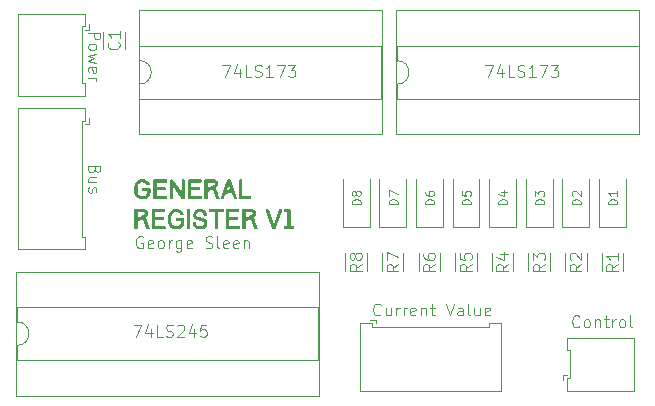
<source format=gbr>
%TF.GenerationSoftware,KiCad,Pcbnew,8.0.3*%
%TF.CreationDate,2024-07-20T16:39:50-07:00*%
%TF.ProjectId,General Register V1,47656e65-7261-46c2-9052-656769737465,rev?*%
%TF.SameCoordinates,Original*%
%TF.FileFunction,Legend,Top*%
%TF.FilePolarity,Positive*%
%FSLAX46Y46*%
G04 Gerber Fmt 4.6, Leading zero omitted, Abs format (unit mm)*
G04 Created by KiCad (PCBNEW 8.0.3) date 2024-07-20 16:39:50*
%MOMM*%
%LPD*%
G01*
G04 APERTURE LIST*
%ADD10C,0.100000*%
%ADD11C,0.120000*%
G04 APERTURE END LIST*
D10*
X120772419Y-82724687D02*
X120296228Y-83058020D01*
X120772419Y-83296115D02*
X119772419Y-83296115D01*
X119772419Y-83296115D02*
X119772419Y-82915163D01*
X119772419Y-82915163D02*
X119820038Y-82819925D01*
X119820038Y-82819925D02*
X119867657Y-82772306D01*
X119867657Y-82772306D02*
X119962895Y-82724687D01*
X119962895Y-82724687D02*
X120105752Y-82724687D01*
X120105752Y-82724687D02*
X120200990Y-82772306D01*
X120200990Y-82772306D02*
X120248609Y-82819925D01*
X120248609Y-82819925D02*
X120296228Y-82915163D01*
X120296228Y-82915163D02*
X120296228Y-83296115D01*
X120200990Y-82153258D02*
X120153371Y-82248496D01*
X120153371Y-82248496D02*
X120105752Y-82296115D01*
X120105752Y-82296115D02*
X120010514Y-82343734D01*
X120010514Y-82343734D02*
X119962895Y-82343734D01*
X119962895Y-82343734D02*
X119867657Y-82296115D01*
X119867657Y-82296115D02*
X119820038Y-82248496D01*
X119820038Y-82248496D02*
X119772419Y-82153258D01*
X119772419Y-82153258D02*
X119772419Y-81962782D01*
X119772419Y-81962782D02*
X119820038Y-81867544D01*
X119820038Y-81867544D02*
X119867657Y-81819925D01*
X119867657Y-81819925D02*
X119962895Y-81772306D01*
X119962895Y-81772306D02*
X120010514Y-81772306D01*
X120010514Y-81772306D02*
X120105752Y-81819925D01*
X120105752Y-81819925D02*
X120153371Y-81867544D01*
X120153371Y-81867544D02*
X120200990Y-81962782D01*
X120200990Y-81962782D02*
X120200990Y-82153258D01*
X120200990Y-82153258D02*
X120248609Y-82248496D01*
X120248609Y-82248496D02*
X120296228Y-82296115D01*
X120296228Y-82296115D02*
X120391466Y-82343734D01*
X120391466Y-82343734D02*
X120581942Y-82343734D01*
X120581942Y-82343734D02*
X120677180Y-82296115D01*
X120677180Y-82296115D02*
X120724800Y-82248496D01*
X120724800Y-82248496D02*
X120772419Y-82153258D01*
X120772419Y-82153258D02*
X120772419Y-81962782D01*
X120772419Y-81962782D02*
X120724800Y-81867544D01*
X120724800Y-81867544D02*
X120677180Y-81819925D01*
X120677180Y-81819925D02*
X120581942Y-81772306D01*
X120581942Y-81772306D02*
X120391466Y-81772306D01*
X120391466Y-81772306D02*
X120296228Y-81819925D01*
X120296228Y-81819925D02*
X120248609Y-81867544D01*
X120248609Y-81867544D02*
X120200990Y-81962782D01*
X131208646Y-65872419D02*
X131875312Y-65872419D01*
X131875312Y-65872419D02*
X131446741Y-66872419D01*
X132684836Y-66205752D02*
X132684836Y-66872419D01*
X132446741Y-65824800D02*
X132208646Y-66539085D01*
X132208646Y-66539085D02*
X132827693Y-66539085D01*
X133684836Y-66872419D02*
X133208646Y-66872419D01*
X133208646Y-66872419D02*
X133208646Y-65872419D01*
X133970551Y-66824800D02*
X134113408Y-66872419D01*
X134113408Y-66872419D02*
X134351503Y-66872419D01*
X134351503Y-66872419D02*
X134446741Y-66824800D01*
X134446741Y-66824800D02*
X134494360Y-66777180D01*
X134494360Y-66777180D02*
X134541979Y-66681942D01*
X134541979Y-66681942D02*
X134541979Y-66586704D01*
X134541979Y-66586704D02*
X134494360Y-66491466D01*
X134494360Y-66491466D02*
X134446741Y-66443847D01*
X134446741Y-66443847D02*
X134351503Y-66396228D01*
X134351503Y-66396228D02*
X134161027Y-66348609D01*
X134161027Y-66348609D02*
X134065789Y-66300990D01*
X134065789Y-66300990D02*
X134018170Y-66253371D01*
X134018170Y-66253371D02*
X133970551Y-66158133D01*
X133970551Y-66158133D02*
X133970551Y-66062895D01*
X133970551Y-66062895D02*
X134018170Y-65967657D01*
X134018170Y-65967657D02*
X134065789Y-65920038D01*
X134065789Y-65920038D02*
X134161027Y-65872419D01*
X134161027Y-65872419D02*
X134399122Y-65872419D01*
X134399122Y-65872419D02*
X134541979Y-65920038D01*
X135494360Y-66872419D02*
X134922932Y-66872419D01*
X135208646Y-66872419D02*
X135208646Y-65872419D01*
X135208646Y-65872419D02*
X135113408Y-66015276D01*
X135113408Y-66015276D02*
X135018170Y-66110514D01*
X135018170Y-66110514D02*
X134922932Y-66158133D01*
X135827694Y-65872419D02*
X136494360Y-65872419D01*
X136494360Y-65872419D02*
X136065789Y-66872419D01*
X136780075Y-65872419D02*
X137399122Y-65872419D01*
X137399122Y-65872419D02*
X137065789Y-66253371D01*
X137065789Y-66253371D02*
X137208646Y-66253371D01*
X137208646Y-66253371D02*
X137303884Y-66300990D01*
X137303884Y-66300990D02*
X137351503Y-66348609D01*
X137351503Y-66348609D02*
X137399122Y-66443847D01*
X137399122Y-66443847D02*
X137399122Y-66681942D01*
X137399122Y-66681942D02*
X137351503Y-66777180D01*
X137351503Y-66777180D02*
X137303884Y-66824800D01*
X137303884Y-66824800D02*
X137208646Y-66872419D01*
X137208646Y-66872419D02*
X136922932Y-66872419D01*
X136922932Y-66872419D02*
X136827694Y-66824800D01*
X136827694Y-66824800D02*
X136780075Y-66777180D01*
X120703014Y-77655639D02*
X119953014Y-77655639D01*
X119953014Y-77655639D02*
X119953014Y-77477068D01*
X119953014Y-77477068D02*
X119988728Y-77369925D01*
X119988728Y-77369925D02*
X120060157Y-77298496D01*
X120060157Y-77298496D02*
X120131585Y-77262782D01*
X120131585Y-77262782D02*
X120274442Y-77227068D01*
X120274442Y-77227068D02*
X120381585Y-77227068D01*
X120381585Y-77227068D02*
X120524442Y-77262782D01*
X120524442Y-77262782D02*
X120595871Y-77298496D01*
X120595871Y-77298496D02*
X120667300Y-77369925D01*
X120667300Y-77369925D02*
X120703014Y-77477068D01*
X120703014Y-77477068D02*
X120703014Y-77655639D01*
X120274442Y-76798496D02*
X120238728Y-76869925D01*
X120238728Y-76869925D02*
X120203014Y-76905639D01*
X120203014Y-76905639D02*
X120131585Y-76941353D01*
X120131585Y-76941353D02*
X120095871Y-76941353D01*
X120095871Y-76941353D02*
X120024442Y-76905639D01*
X120024442Y-76905639D02*
X119988728Y-76869925D01*
X119988728Y-76869925D02*
X119953014Y-76798496D01*
X119953014Y-76798496D02*
X119953014Y-76655639D01*
X119953014Y-76655639D02*
X119988728Y-76584211D01*
X119988728Y-76584211D02*
X120024442Y-76548496D01*
X120024442Y-76548496D02*
X120095871Y-76512782D01*
X120095871Y-76512782D02*
X120131585Y-76512782D01*
X120131585Y-76512782D02*
X120203014Y-76548496D01*
X120203014Y-76548496D02*
X120238728Y-76584211D01*
X120238728Y-76584211D02*
X120274442Y-76655639D01*
X120274442Y-76655639D02*
X120274442Y-76798496D01*
X120274442Y-76798496D02*
X120310157Y-76869925D01*
X120310157Y-76869925D02*
X120345871Y-76905639D01*
X120345871Y-76905639D02*
X120417300Y-76941353D01*
X120417300Y-76941353D02*
X120560157Y-76941353D01*
X120560157Y-76941353D02*
X120631585Y-76905639D01*
X120631585Y-76905639D02*
X120667300Y-76869925D01*
X120667300Y-76869925D02*
X120703014Y-76798496D01*
X120703014Y-76798496D02*
X120703014Y-76655639D01*
X120703014Y-76655639D02*
X120667300Y-76584211D01*
X120667300Y-76584211D02*
X120631585Y-76548496D01*
X120631585Y-76548496D02*
X120560157Y-76512782D01*
X120560157Y-76512782D02*
X120417300Y-76512782D01*
X120417300Y-76512782D02*
X120345871Y-76548496D01*
X120345871Y-76548496D02*
X120310157Y-76584211D01*
X120310157Y-76584211D02*
X120274442Y-76655639D01*
X98151390Y-74714285D02*
X98103771Y-74857142D01*
X98103771Y-74857142D02*
X98056152Y-74904761D01*
X98056152Y-74904761D02*
X97960914Y-74952380D01*
X97960914Y-74952380D02*
X97818057Y-74952380D01*
X97818057Y-74952380D02*
X97722819Y-74904761D01*
X97722819Y-74904761D02*
X97675200Y-74857142D01*
X97675200Y-74857142D02*
X97627580Y-74761904D01*
X97627580Y-74761904D02*
X97627580Y-74380952D01*
X97627580Y-74380952D02*
X98627580Y-74380952D01*
X98627580Y-74380952D02*
X98627580Y-74714285D01*
X98627580Y-74714285D02*
X98579961Y-74809523D01*
X98579961Y-74809523D02*
X98532342Y-74857142D01*
X98532342Y-74857142D02*
X98437104Y-74904761D01*
X98437104Y-74904761D02*
X98341866Y-74904761D01*
X98341866Y-74904761D02*
X98246628Y-74857142D01*
X98246628Y-74857142D02*
X98199009Y-74809523D01*
X98199009Y-74809523D02*
X98151390Y-74714285D01*
X98151390Y-74714285D02*
X98151390Y-74380952D01*
X98294247Y-75809523D02*
X97627580Y-75809523D01*
X98294247Y-75380952D02*
X97770438Y-75380952D01*
X97770438Y-75380952D02*
X97675200Y-75428571D01*
X97675200Y-75428571D02*
X97627580Y-75523809D01*
X97627580Y-75523809D02*
X97627580Y-75666666D01*
X97627580Y-75666666D02*
X97675200Y-75761904D01*
X97675200Y-75761904D02*
X97722819Y-75809523D01*
X97675200Y-76238095D02*
X97627580Y-76333333D01*
X97627580Y-76333333D02*
X97627580Y-76523809D01*
X97627580Y-76523809D02*
X97675200Y-76619047D01*
X97675200Y-76619047D02*
X97770438Y-76666666D01*
X97770438Y-76666666D02*
X97818057Y-76666666D01*
X97818057Y-76666666D02*
X97913295Y-76619047D01*
X97913295Y-76619047D02*
X97960914Y-76523809D01*
X97960914Y-76523809D02*
X97960914Y-76380952D01*
X97960914Y-76380952D02*
X98008533Y-76285714D01*
X98008533Y-76285714D02*
X98103771Y-76238095D01*
X98103771Y-76238095D02*
X98151390Y-76238095D01*
X98151390Y-76238095D02*
X98246628Y-76285714D01*
X98246628Y-76285714D02*
X98294247Y-76380952D01*
X98294247Y-76380952D02*
X98294247Y-76523809D01*
X98294247Y-76523809D02*
X98246628Y-76619047D01*
X136203014Y-77655639D02*
X135453014Y-77655639D01*
X135453014Y-77655639D02*
X135453014Y-77477068D01*
X135453014Y-77477068D02*
X135488728Y-77369925D01*
X135488728Y-77369925D02*
X135560157Y-77298496D01*
X135560157Y-77298496D02*
X135631585Y-77262782D01*
X135631585Y-77262782D02*
X135774442Y-77227068D01*
X135774442Y-77227068D02*
X135881585Y-77227068D01*
X135881585Y-77227068D02*
X136024442Y-77262782D01*
X136024442Y-77262782D02*
X136095871Y-77298496D01*
X136095871Y-77298496D02*
X136167300Y-77369925D01*
X136167300Y-77369925D02*
X136203014Y-77477068D01*
X136203014Y-77477068D02*
X136203014Y-77655639D01*
X135453014Y-76977068D02*
X135453014Y-76512782D01*
X135453014Y-76512782D02*
X135738728Y-76762782D01*
X135738728Y-76762782D02*
X135738728Y-76655639D01*
X135738728Y-76655639D02*
X135774442Y-76584211D01*
X135774442Y-76584211D02*
X135810157Y-76548496D01*
X135810157Y-76548496D02*
X135881585Y-76512782D01*
X135881585Y-76512782D02*
X136060157Y-76512782D01*
X136060157Y-76512782D02*
X136131585Y-76548496D01*
X136131585Y-76548496D02*
X136167300Y-76584211D01*
X136167300Y-76584211D02*
X136203014Y-76655639D01*
X136203014Y-76655639D02*
X136203014Y-76869925D01*
X136203014Y-76869925D02*
X136167300Y-76941353D01*
X136167300Y-76941353D02*
X136131585Y-76977068D01*
X122366665Y-86977180D02*
X122319046Y-87024800D01*
X122319046Y-87024800D02*
X122176189Y-87072419D01*
X122176189Y-87072419D02*
X122080951Y-87072419D01*
X122080951Y-87072419D02*
X121938094Y-87024800D01*
X121938094Y-87024800D02*
X121842856Y-86929561D01*
X121842856Y-86929561D02*
X121795237Y-86834323D01*
X121795237Y-86834323D02*
X121747618Y-86643847D01*
X121747618Y-86643847D02*
X121747618Y-86500990D01*
X121747618Y-86500990D02*
X121795237Y-86310514D01*
X121795237Y-86310514D02*
X121842856Y-86215276D01*
X121842856Y-86215276D02*
X121938094Y-86120038D01*
X121938094Y-86120038D02*
X122080951Y-86072419D01*
X122080951Y-86072419D02*
X122176189Y-86072419D01*
X122176189Y-86072419D02*
X122319046Y-86120038D01*
X122319046Y-86120038D02*
X122366665Y-86167657D01*
X123223808Y-86405752D02*
X123223808Y-87072419D01*
X122795237Y-86405752D02*
X122795237Y-86929561D01*
X122795237Y-86929561D02*
X122842856Y-87024800D01*
X122842856Y-87024800D02*
X122938094Y-87072419D01*
X122938094Y-87072419D02*
X123080951Y-87072419D01*
X123080951Y-87072419D02*
X123176189Y-87024800D01*
X123176189Y-87024800D02*
X123223808Y-86977180D01*
X123699999Y-87072419D02*
X123699999Y-86405752D01*
X123699999Y-86596228D02*
X123747618Y-86500990D01*
X123747618Y-86500990D02*
X123795237Y-86453371D01*
X123795237Y-86453371D02*
X123890475Y-86405752D01*
X123890475Y-86405752D02*
X123985713Y-86405752D01*
X124319047Y-87072419D02*
X124319047Y-86405752D01*
X124319047Y-86596228D02*
X124366666Y-86500990D01*
X124366666Y-86500990D02*
X124414285Y-86453371D01*
X124414285Y-86453371D02*
X124509523Y-86405752D01*
X124509523Y-86405752D02*
X124604761Y-86405752D01*
X125319047Y-87024800D02*
X125223809Y-87072419D01*
X125223809Y-87072419D02*
X125033333Y-87072419D01*
X125033333Y-87072419D02*
X124938095Y-87024800D01*
X124938095Y-87024800D02*
X124890476Y-86929561D01*
X124890476Y-86929561D02*
X124890476Y-86548609D01*
X124890476Y-86548609D02*
X124938095Y-86453371D01*
X124938095Y-86453371D02*
X125033333Y-86405752D01*
X125033333Y-86405752D02*
X125223809Y-86405752D01*
X125223809Y-86405752D02*
X125319047Y-86453371D01*
X125319047Y-86453371D02*
X125366666Y-86548609D01*
X125366666Y-86548609D02*
X125366666Y-86643847D01*
X125366666Y-86643847D02*
X124890476Y-86739085D01*
X125795238Y-86405752D02*
X125795238Y-87072419D01*
X125795238Y-86500990D02*
X125842857Y-86453371D01*
X125842857Y-86453371D02*
X125938095Y-86405752D01*
X125938095Y-86405752D02*
X126080952Y-86405752D01*
X126080952Y-86405752D02*
X126176190Y-86453371D01*
X126176190Y-86453371D02*
X126223809Y-86548609D01*
X126223809Y-86548609D02*
X126223809Y-87072419D01*
X126557143Y-86405752D02*
X126938095Y-86405752D01*
X126700000Y-86072419D02*
X126700000Y-86929561D01*
X126700000Y-86929561D02*
X126747619Y-87024800D01*
X126747619Y-87024800D02*
X126842857Y-87072419D01*
X126842857Y-87072419D02*
X126938095Y-87072419D01*
X127890477Y-86072419D02*
X128223810Y-87072419D01*
X128223810Y-87072419D02*
X128557143Y-86072419D01*
X129319048Y-87072419D02*
X129319048Y-86548609D01*
X129319048Y-86548609D02*
X129271429Y-86453371D01*
X129271429Y-86453371D02*
X129176191Y-86405752D01*
X129176191Y-86405752D02*
X128985715Y-86405752D01*
X128985715Y-86405752D02*
X128890477Y-86453371D01*
X129319048Y-87024800D02*
X129223810Y-87072419D01*
X129223810Y-87072419D02*
X128985715Y-87072419D01*
X128985715Y-87072419D02*
X128890477Y-87024800D01*
X128890477Y-87024800D02*
X128842858Y-86929561D01*
X128842858Y-86929561D02*
X128842858Y-86834323D01*
X128842858Y-86834323D02*
X128890477Y-86739085D01*
X128890477Y-86739085D02*
X128985715Y-86691466D01*
X128985715Y-86691466D02*
X129223810Y-86691466D01*
X129223810Y-86691466D02*
X129319048Y-86643847D01*
X129938096Y-87072419D02*
X129842858Y-87024800D01*
X129842858Y-87024800D02*
X129795239Y-86929561D01*
X129795239Y-86929561D02*
X129795239Y-86072419D01*
X130747620Y-86405752D02*
X130747620Y-87072419D01*
X130319049Y-86405752D02*
X130319049Y-86929561D01*
X130319049Y-86929561D02*
X130366668Y-87024800D01*
X130366668Y-87024800D02*
X130461906Y-87072419D01*
X130461906Y-87072419D02*
X130604763Y-87072419D01*
X130604763Y-87072419D02*
X130700001Y-87024800D01*
X130700001Y-87024800D02*
X130747620Y-86977180D01*
X131604763Y-87024800D02*
X131509525Y-87072419D01*
X131509525Y-87072419D02*
X131319049Y-87072419D01*
X131319049Y-87072419D02*
X131223811Y-87024800D01*
X131223811Y-87024800D02*
X131176192Y-86929561D01*
X131176192Y-86929561D02*
X131176192Y-86548609D01*
X131176192Y-86548609D02*
X131223811Y-86453371D01*
X131223811Y-86453371D02*
X131319049Y-86405752D01*
X131319049Y-86405752D02*
X131509525Y-86405752D01*
X131509525Y-86405752D02*
X131604763Y-86453371D01*
X131604763Y-86453371D02*
X131652382Y-86548609D01*
X131652382Y-86548609D02*
X131652382Y-86643847D01*
X131652382Y-86643847D02*
X131176192Y-86739085D01*
G36*
X102204169Y-75513346D02*
G01*
X102099864Y-75521290D01*
X102000411Y-75544328D01*
X101906990Y-75581265D01*
X101820783Y-75630908D01*
X101742971Y-75692063D01*
X101674734Y-75763537D01*
X101617253Y-75844136D01*
X101571710Y-75932667D01*
X101539285Y-76027935D01*
X101521159Y-76128748D01*
X101517602Y-76198447D01*
X101517602Y-76538799D01*
X101521135Y-76616872D01*
X101531506Y-76691203D01*
X101559139Y-76795330D01*
X101600245Y-76890127D01*
X101653674Y-76975052D01*
X101718278Y-77049557D01*
X101792910Y-77113098D01*
X101876421Y-77165130D01*
X101967662Y-77205107D01*
X102065484Y-77232485D01*
X102168741Y-77246718D01*
X102204169Y-77248447D01*
X102285259Y-77247386D01*
X102362971Y-77237897D01*
X102437084Y-77220001D01*
X102507381Y-77193721D01*
X102573642Y-77159078D01*
X102635649Y-77116092D01*
X102693182Y-77064786D01*
X102746022Y-77005181D01*
X102792046Y-76939144D01*
X102828240Y-76873563D01*
X102858296Y-76800518D01*
X102867655Y-76771074D01*
X102881579Y-76698998D01*
X102891102Y-76621964D01*
X102897690Y-76546567D01*
X102899162Y-76511688D01*
X102897935Y-76437211D01*
X102897330Y-76425593D01*
X102895138Y-76350840D01*
X102895132Y-76347923D01*
X102855672Y-76283807D01*
X102829919Y-76280512D01*
X102271214Y-76280512D01*
X102208462Y-76318689D01*
X102204169Y-76347923D01*
X102204169Y-76477983D01*
X102245746Y-76539292D01*
X102271214Y-76545027D01*
X102632449Y-76545027D01*
X102623332Y-76618528D01*
X102622191Y-76628192D01*
X102608597Y-76700246D01*
X102590683Y-76751657D01*
X102550733Y-76817859D01*
X102500949Y-76872616D01*
X102430399Y-76923344D01*
X102350575Y-76957883D01*
X102278895Y-76974412D01*
X102204169Y-76979902D01*
X102129765Y-76973369D01*
X102051725Y-76950952D01*
X101981473Y-76914298D01*
X101919353Y-76865193D01*
X101912177Y-76858269D01*
X101861332Y-76796708D01*
X101823059Y-76724912D01*
X101801123Y-76651373D01*
X101791081Y-76565756D01*
X101790544Y-76538799D01*
X101790544Y-76198447D01*
X101799015Y-76115642D01*
X101823282Y-76038431D01*
X101861622Y-75968494D01*
X101912314Y-75907508D01*
X101973637Y-75857152D01*
X102043868Y-75819105D01*
X102121286Y-75795046D01*
X102204169Y-75786653D01*
X102279597Y-75792992D01*
X102361196Y-75816584D01*
X102433166Y-75856356D01*
X102495609Y-75910976D01*
X102548627Y-75979111D01*
X102571632Y-76017829D01*
X102569434Y-76015631D01*
X102630617Y-76055565D01*
X102781559Y-76055565D01*
X102848108Y-76020846D01*
X102846772Y-75971667D01*
X102810647Y-75897207D01*
X102768632Y-75827882D01*
X102721039Y-75764168D01*
X102668178Y-75706546D01*
X102610362Y-75655492D01*
X102547901Y-75611485D01*
X102481109Y-75575003D01*
X102410295Y-75546524D01*
X102335772Y-75526527D01*
X102257850Y-75515490D01*
X102204169Y-75513346D01*
G37*
G36*
X104237857Y-77225000D02*
G01*
X104302457Y-77189493D01*
X104307100Y-77141102D01*
X104307100Y-77027896D01*
X104290450Y-76956463D01*
X104223203Y-76945830D01*
X103408408Y-76945830D01*
X103408408Y-76474685D01*
X104107798Y-76474685D01*
X104169982Y-76433109D01*
X104174842Y-76405443D01*
X104174842Y-76262927D01*
X104135121Y-76198578D01*
X104107798Y-76193318D01*
X103408408Y-76193318D01*
X103408408Y-75816329D01*
X104196092Y-75816329D01*
X104269532Y-75799137D01*
X104279989Y-75734263D01*
X104279989Y-75618859D01*
X104257488Y-75547341D01*
X104210746Y-75536793D01*
X103196284Y-75536793D01*
X103131806Y-75573800D01*
X103124842Y-75604204D01*
X103128872Y-77157955D01*
X103168904Y-77220139D01*
X103196284Y-77225000D01*
X104237857Y-77225000D01*
G37*
G36*
X105801500Y-75604570D02*
G01*
X105759923Y-75542643D01*
X105732257Y-75536793D01*
X105589741Y-75536793D01*
X105526742Y-75576811D01*
X105520132Y-75604570D01*
X105520132Y-76657501D01*
X104799860Y-75568667D01*
X104799860Y-75570865D01*
X104743073Y-75536793D01*
X104587735Y-75536793D01*
X104525550Y-75579761D01*
X104520690Y-75604570D01*
X104524720Y-77157588D01*
X104564013Y-77220514D01*
X104587735Y-77225000D01*
X104732815Y-77225000D01*
X104795519Y-77185278D01*
X104802058Y-77157588D01*
X104802058Y-76106856D01*
X104850037Y-76178182D01*
X104897188Y-76248290D01*
X104943618Y-76317343D01*
X104989436Y-76385504D01*
X105034750Y-76452938D01*
X105079667Y-76519808D01*
X105124295Y-76586277D01*
X105168743Y-76652510D01*
X105213117Y-76718669D01*
X105257527Y-76784919D01*
X105302079Y-76851424D01*
X105346882Y-76918347D01*
X105392043Y-76985851D01*
X105437671Y-77054101D01*
X105483873Y-77123260D01*
X105530757Y-77193492D01*
X105589741Y-77225000D01*
X105732257Y-77225000D01*
X105794960Y-77185278D01*
X105801500Y-77157588D01*
X105801500Y-75604570D01*
G37*
G36*
X107168771Y-77225000D02*
G01*
X107233372Y-77189493D01*
X107238014Y-77141102D01*
X107238014Y-77027896D01*
X107221364Y-76956463D01*
X107154117Y-76945830D01*
X106339323Y-76945830D01*
X106339323Y-76474685D01*
X107038712Y-76474685D01*
X107100897Y-76433109D01*
X107105757Y-76405443D01*
X107105757Y-76262927D01*
X107066035Y-76198578D01*
X107038712Y-76193318D01*
X106339323Y-76193318D01*
X106339323Y-75816329D01*
X107127006Y-75816329D01*
X107200446Y-75799137D01*
X107210903Y-75734263D01*
X107210903Y-75618859D01*
X107188403Y-75547341D01*
X107141660Y-75536793D01*
X106127198Y-75536793D01*
X106062720Y-75573800D01*
X106055757Y-75604204D01*
X106059787Y-77157955D01*
X106099818Y-77220139D01*
X106127198Y-77225000D01*
X107168771Y-77225000D01*
G37*
G36*
X108301539Y-75538704D02*
G01*
X108385650Y-75559149D01*
X108461801Y-75599409D01*
X108526723Y-75656272D01*
X108577144Y-75726527D01*
X108609795Y-75806962D01*
X108621406Y-75894364D01*
X108621155Y-75909213D01*
X108609595Y-75990589D01*
X108582291Y-76060365D01*
X108533303Y-76130108D01*
X108478997Y-76182458D01*
X108415509Y-76230321D01*
X108431913Y-76274334D01*
X108460272Y-76350037D01*
X108488285Y-76424948D01*
X108516068Y-76500102D01*
X108543736Y-76576535D01*
X108568985Y-76646409D01*
X108594466Y-76716434D01*
X108620205Y-76786588D01*
X108646227Y-76856849D01*
X108672558Y-76927196D01*
X108699224Y-76997608D01*
X108726250Y-77068062D01*
X108753663Y-77138538D01*
X108756731Y-77194308D01*
X108688450Y-77225000D01*
X108528715Y-77225000D01*
X108517157Y-77224352D01*
X108461671Y-77172243D01*
X108159420Y-76367707D01*
X108132406Y-76381882D01*
X108066217Y-76417008D01*
X108001228Y-76451884D01*
X107936535Y-76486754D01*
X107871232Y-76521860D01*
X107804412Y-76557445D01*
X107735170Y-76593754D01*
X107735170Y-77142934D01*
X107731036Y-77187415D01*
X107667759Y-77225000D01*
X107518649Y-77225000D01*
X107494658Y-77220514D01*
X107453436Y-77157588D01*
X107451151Y-76276849D01*
X107735170Y-76276849D01*
X107768531Y-76260232D01*
X107846755Y-76220997D01*
X107912380Y-76187591D01*
X107981011Y-76151984D01*
X108049985Y-76115263D01*
X108116639Y-76078517D01*
X108197301Y-76031366D01*
X108262795Y-75988686D01*
X108318789Y-75938695D01*
X108318789Y-75940893D01*
X108331612Y-75896563D01*
X108316201Y-75848550D01*
X108249546Y-75816329D01*
X107735170Y-75816329D01*
X107735170Y-76276849D01*
X107451151Y-76276849D01*
X107449406Y-75604204D01*
X107455946Y-75576515D01*
X107518649Y-75536793D01*
X108266399Y-75536793D01*
X108301539Y-75538704D01*
G37*
G36*
X109621589Y-75538042D02*
G01*
X109672505Y-75591748D01*
X110209961Y-77132309D01*
X110212159Y-77157588D01*
X110207860Y-77186823D01*
X110144748Y-77225000D01*
X109993806Y-77225000D01*
X109978783Y-77223946D01*
X109926395Y-77170411D01*
X109735519Y-76615369D01*
X109218579Y-76845446D01*
X109103175Y-77170411D01*
X109096865Y-77185241D01*
X109033932Y-77225000D01*
X108888852Y-77225000D01*
X108860969Y-77218876D01*
X108819609Y-77157588D01*
X108825024Y-77140076D01*
X108851379Y-77060256D01*
X108879165Y-76977126D01*
X108913572Y-76874689D01*
X108953271Y-76756911D01*
X108996934Y-76627759D01*
X109043230Y-76491199D01*
X109052699Y-76463328D01*
X109344609Y-76463328D01*
X109634403Y-76334734D01*
X109611673Y-76273825D01*
X109586409Y-76201744D01*
X109565160Y-76136165D01*
X109562435Y-76128235D01*
X109538697Y-76054882D01*
X109514968Y-75984490D01*
X109344609Y-76463328D01*
X109052699Y-76463328D01*
X109066950Y-76421379D01*
X109090831Y-76351195D01*
X109114705Y-76281142D01*
X109138406Y-76211715D01*
X109184628Y-76076724D01*
X109228165Y-75950188D01*
X109267690Y-75836074D01*
X109301873Y-75738346D01*
X109329384Y-75660972D01*
X109355233Y-75591748D01*
X109360609Y-75580340D01*
X109422278Y-75536793D01*
X109607292Y-75536793D01*
X109621589Y-75538042D01*
G37*
G36*
X111355949Y-77225000D02*
G01*
X111419225Y-77186163D01*
X111423360Y-77141102D01*
X111423360Y-77027896D01*
X111406167Y-76954714D01*
X111341294Y-76945830D01*
X110644103Y-76945830D01*
X110644103Y-75619225D01*
X110621342Y-75547426D01*
X110577058Y-75536793D01*
X110431978Y-75536793D01*
X110369227Y-75575278D01*
X110364933Y-75604570D01*
X110368963Y-77157955D01*
X110407522Y-77221709D01*
X110431978Y-77225000D01*
X111355949Y-77225000D01*
G37*
G36*
X102373765Y-78058704D02*
G01*
X102457876Y-78079149D01*
X102534027Y-78119409D01*
X102598949Y-78176272D01*
X102649370Y-78246527D01*
X102682021Y-78326962D01*
X102693632Y-78414364D01*
X102693381Y-78429213D01*
X102681821Y-78510589D01*
X102654517Y-78580365D01*
X102605529Y-78650108D01*
X102551223Y-78702458D01*
X102487735Y-78750321D01*
X102504139Y-78794334D01*
X102532498Y-78870037D01*
X102560511Y-78944948D01*
X102588294Y-79020102D01*
X102615963Y-79096535D01*
X102641212Y-79166409D01*
X102666693Y-79236434D01*
X102692431Y-79306588D01*
X102718453Y-79376849D01*
X102744784Y-79447196D01*
X102771450Y-79517608D01*
X102798476Y-79588062D01*
X102825889Y-79658538D01*
X102828957Y-79714308D01*
X102760676Y-79745000D01*
X102600942Y-79745000D01*
X102589383Y-79744352D01*
X102533897Y-79692243D01*
X102231646Y-78887707D01*
X102204632Y-78901882D01*
X102138443Y-78937008D01*
X102073454Y-78971884D01*
X102008761Y-79006754D01*
X101943458Y-79041860D01*
X101876638Y-79077445D01*
X101807397Y-79113754D01*
X101807397Y-79662934D01*
X101803262Y-79707415D01*
X101739986Y-79745000D01*
X101590875Y-79745000D01*
X101566884Y-79740514D01*
X101525662Y-79677588D01*
X101523377Y-78796849D01*
X101807397Y-78796849D01*
X101840757Y-78780232D01*
X101918981Y-78740997D01*
X101984606Y-78707591D01*
X102053237Y-78671984D01*
X102122211Y-78635263D01*
X102188865Y-78598517D01*
X102269527Y-78551366D01*
X102335021Y-78508686D01*
X102391015Y-78458695D01*
X102391015Y-78460893D01*
X102403838Y-78416563D01*
X102388427Y-78368550D01*
X102321772Y-78336329D01*
X101807397Y-78336329D01*
X101807397Y-78796849D01*
X101523377Y-78796849D01*
X101521632Y-78124204D01*
X101528172Y-78096515D01*
X101590875Y-78056793D01*
X102338625Y-78056793D01*
X102373765Y-78058704D01*
G37*
G36*
X104101570Y-79745000D02*
G01*
X104166170Y-79709493D01*
X104170812Y-79661102D01*
X104170812Y-79547896D01*
X104154162Y-79476463D01*
X104086915Y-79465830D01*
X103272121Y-79465830D01*
X103272121Y-78994685D01*
X103971510Y-78994685D01*
X104033695Y-78953109D01*
X104038555Y-78925443D01*
X104038555Y-78782927D01*
X103998833Y-78718578D01*
X103971510Y-78713318D01*
X103272121Y-78713318D01*
X103272121Y-78336329D01*
X104059804Y-78336329D01*
X104133244Y-78319137D01*
X104143702Y-78254263D01*
X104143702Y-78138859D01*
X104121201Y-78067341D01*
X104074459Y-78056793D01*
X103059996Y-78056793D01*
X102995518Y-78093800D01*
X102988555Y-78124204D01*
X102992585Y-79677955D01*
X103032616Y-79740139D01*
X103059996Y-79745000D01*
X104101570Y-79745000D01*
G37*
G36*
X105064741Y-78033346D02*
G01*
X104960436Y-78041290D01*
X104860983Y-78064328D01*
X104767562Y-78101265D01*
X104681355Y-78150908D01*
X104603543Y-78212063D01*
X104535306Y-78283537D01*
X104477825Y-78364136D01*
X104432282Y-78452667D01*
X104399857Y-78547935D01*
X104381731Y-78648748D01*
X104378175Y-78718447D01*
X104378175Y-79058799D01*
X104381707Y-79136872D01*
X104392078Y-79211203D01*
X104419711Y-79315330D01*
X104460817Y-79410127D01*
X104514246Y-79495052D01*
X104578851Y-79569557D01*
X104653482Y-79633098D01*
X104736993Y-79685130D01*
X104828234Y-79725107D01*
X104926057Y-79752485D01*
X105029313Y-79766718D01*
X105064741Y-79768447D01*
X105145832Y-79767386D01*
X105223543Y-79757897D01*
X105297657Y-79740001D01*
X105367954Y-79713721D01*
X105434215Y-79679078D01*
X105496221Y-79636092D01*
X105553754Y-79584786D01*
X105606594Y-79525181D01*
X105652618Y-79459144D01*
X105688813Y-79393563D01*
X105718868Y-79320518D01*
X105728227Y-79291074D01*
X105742152Y-79218998D01*
X105751674Y-79141964D01*
X105758263Y-79066567D01*
X105759734Y-79031688D01*
X105758507Y-78957211D01*
X105757903Y-78945593D01*
X105755711Y-78870840D01*
X105755704Y-78867923D01*
X105716244Y-78803807D01*
X105690491Y-78800512D01*
X105131786Y-78800512D01*
X105069035Y-78838689D01*
X105064741Y-78867923D01*
X105064741Y-78997983D01*
X105106318Y-79059292D01*
X105131786Y-79065027D01*
X105493021Y-79065027D01*
X105483905Y-79138528D01*
X105482763Y-79148192D01*
X105469169Y-79220246D01*
X105451256Y-79271657D01*
X105411306Y-79337859D01*
X105361521Y-79392616D01*
X105290971Y-79443344D01*
X105211147Y-79477883D01*
X105139467Y-79494412D01*
X105064741Y-79499902D01*
X104990338Y-79493369D01*
X104912298Y-79470952D01*
X104842046Y-79434298D01*
X104779925Y-79385193D01*
X104772749Y-79378269D01*
X104721904Y-79316708D01*
X104683631Y-79244912D01*
X104661696Y-79171373D01*
X104651653Y-79085756D01*
X104651116Y-79058799D01*
X104651116Y-78718447D01*
X104659587Y-78635642D01*
X104683854Y-78558431D01*
X104722194Y-78488494D01*
X104772886Y-78427508D01*
X104834209Y-78377152D01*
X104904440Y-78339105D01*
X104981858Y-78315046D01*
X105064741Y-78306653D01*
X105140169Y-78312992D01*
X105221768Y-78336584D01*
X105293738Y-78376356D01*
X105356181Y-78430976D01*
X105409199Y-78499111D01*
X105432205Y-78537829D01*
X105430006Y-78535631D01*
X105491189Y-78575565D01*
X105642131Y-78575565D01*
X105708680Y-78540846D01*
X105707344Y-78491667D01*
X105671219Y-78417207D01*
X105629205Y-78347882D01*
X105581611Y-78284168D01*
X105528750Y-78226546D01*
X105470934Y-78175492D01*
X105408474Y-78131485D01*
X105341681Y-78095003D01*
X105270867Y-78066524D01*
X105196344Y-78046527D01*
X105118423Y-78035490D01*
X105064741Y-78033346D01*
G37*
G36*
X106266782Y-78124570D02*
G01*
X106225206Y-78062643D01*
X106197540Y-78056793D01*
X106054658Y-78056793D01*
X105992473Y-78099761D01*
X105987613Y-78124570D01*
X105991643Y-79677588D01*
X106030936Y-79740514D01*
X106054658Y-79745000D01*
X106197540Y-79745000D01*
X106260243Y-79705278D01*
X106266782Y-79677588D01*
X106266782Y-78124570D01*
G37*
G36*
X107706960Y-79227327D02*
G01*
X107700780Y-79150989D01*
X107679232Y-79073181D01*
X107644367Y-79007512D01*
X107591080Y-78947355D01*
X107560048Y-78923244D01*
X107496468Y-78886469D01*
X107428521Y-78856956D01*
X107412770Y-78851437D01*
X107337911Y-78827725D01*
X107261228Y-78805972D01*
X107189694Y-78785931D01*
X107144225Y-78773035D01*
X106902424Y-78705624D01*
X106836119Y-78671805D01*
X106812299Y-78650669D01*
X106775632Y-78583667D01*
X106776727Y-78509419D01*
X106778593Y-78498628D01*
X106778593Y-78500826D01*
X106809065Y-78426306D01*
X106861621Y-78367378D01*
X106929908Y-78328647D01*
X107007571Y-78314713D01*
X107167306Y-78314713D01*
X107246551Y-78324903D01*
X107315305Y-78363919D01*
X107355887Y-78425106D01*
X107375781Y-78499842D01*
X107381263Y-78562009D01*
X107421603Y-78623627D01*
X107448674Y-78629420D01*
X107587159Y-78629420D01*
X107650241Y-78588388D01*
X107654204Y-78546988D01*
X107652607Y-78472225D01*
X107638978Y-78387586D01*
X107613694Y-78310429D01*
X107577943Y-78242811D01*
X107524591Y-78178725D01*
X107507292Y-78163771D01*
X107441877Y-78118436D01*
X107370460Y-78082656D01*
X107294192Y-78057466D01*
X107214222Y-78043904D01*
X107167306Y-78041772D01*
X107007571Y-78041772D01*
X106919110Y-78049549D01*
X106834590Y-78072043D01*
X106755754Y-78108001D01*
X106684346Y-78156169D01*
X106622109Y-78215294D01*
X106570785Y-78284122D01*
X106532118Y-78361399D01*
X106507850Y-78445872D01*
X106509682Y-78443674D01*
X106498221Y-78516913D01*
X106497226Y-78589487D01*
X106497226Y-78618796D01*
X106504611Y-78693300D01*
X106535575Y-78777703D01*
X106587336Y-78846967D01*
X106656253Y-78903193D01*
X106738686Y-78948487D01*
X106807190Y-78976547D01*
X106879712Y-79000529D01*
X106954717Y-79021320D01*
X107030669Y-79039806D01*
X107055931Y-79045610D01*
X107138134Y-79064550D01*
X107213705Y-79082138D01*
X107291034Y-79103267D01*
X107361542Y-79131601D01*
X107394085Y-79153321D01*
X107424486Y-79220689D01*
X107425593Y-79276053D01*
X107421196Y-79318185D01*
X107391366Y-79393719D01*
X107334505Y-79450946D01*
X107268006Y-79483924D01*
X107190721Y-79499089D01*
X107167306Y-79499902D01*
X107007571Y-79499902D01*
X106929324Y-79486381D01*
X106861895Y-79448886D01*
X106810610Y-79392019D01*
X106780792Y-79320383D01*
X106776395Y-79263230D01*
X106770167Y-79195453D01*
X106716294Y-79145339D01*
X106707152Y-79144895D01*
X106564270Y-79144895D01*
X106501341Y-79182730D01*
X106497226Y-79227327D01*
X106497226Y-79222930D01*
X106498550Y-79299234D01*
X106508938Y-79378388D01*
X106511880Y-79394023D01*
X106534580Y-79466333D01*
X106570865Y-79531409D01*
X106618296Y-79595254D01*
X106675266Y-79650511D01*
X106740523Y-79696266D01*
X106812819Y-79731604D01*
X106890904Y-79755611D01*
X106973530Y-79767375D01*
X107007571Y-79768447D01*
X107167306Y-79768447D01*
X107250317Y-79764614D01*
X107328924Y-79752778D01*
X107402198Y-79732432D01*
X107479708Y-79697262D01*
X107547226Y-79649012D01*
X107597066Y-79592557D01*
X107639305Y-79520869D01*
X107667671Y-79452607D01*
X107688951Y-79379263D01*
X107702321Y-79303337D01*
X107706960Y-79227327D01*
G37*
G36*
X109017079Y-78327903D02*
G01*
X109089215Y-78307211D01*
X109098778Y-78245837D01*
X109098778Y-78138859D01*
X109074492Y-78067341D01*
X109029535Y-78056793D01*
X107910293Y-78056793D01*
X107847016Y-78094377D01*
X107842882Y-78138859D01*
X107842882Y-78245837D01*
X107865008Y-78318092D01*
X107926779Y-78327903D01*
X108334542Y-78327903D01*
X108334542Y-79662934D01*
X108357140Y-79734452D01*
X108401587Y-79745000D01*
X108546667Y-79745000D01*
X108609597Y-79707415D01*
X108613712Y-79662934D01*
X108613712Y-78327903D01*
X109017079Y-78327903D01*
G37*
G36*
X110379588Y-79745000D02*
G01*
X110444188Y-79709493D01*
X110448831Y-79661102D01*
X110448831Y-79547896D01*
X110432180Y-79476463D01*
X110364933Y-79465830D01*
X109550139Y-79465830D01*
X109550139Y-78994685D01*
X110249528Y-78994685D01*
X110311713Y-78953109D01*
X110316573Y-78925443D01*
X110316573Y-78782927D01*
X110276851Y-78718578D01*
X110249528Y-78713318D01*
X109550139Y-78713318D01*
X109550139Y-78336329D01*
X110337822Y-78336329D01*
X110411262Y-78319137D01*
X110421720Y-78254263D01*
X110421720Y-78138859D01*
X110399219Y-78067341D01*
X110352477Y-78056793D01*
X109338014Y-78056793D01*
X109273536Y-78093800D01*
X109266573Y-78124204D01*
X109270603Y-79677955D01*
X109310634Y-79740139D01*
X109338014Y-79745000D01*
X110379588Y-79745000D01*
G37*
G36*
X111512356Y-78058704D02*
G01*
X111596466Y-78079149D01*
X111672618Y-78119409D01*
X111737539Y-78176272D01*
X111787961Y-78246527D01*
X111820612Y-78326962D01*
X111832222Y-78414364D01*
X111831971Y-78429213D01*
X111820411Y-78510589D01*
X111793107Y-78580365D01*
X111744119Y-78650108D01*
X111689813Y-78702458D01*
X111626325Y-78750321D01*
X111642729Y-78794334D01*
X111671088Y-78870037D01*
X111699101Y-78944948D01*
X111726885Y-79020102D01*
X111754553Y-79096535D01*
X111779802Y-79166409D01*
X111805283Y-79236434D01*
X111831021Y-79306588D01*
X111857043Y-79376849D01*
X111883374Y-79447196D01*
X111910040Y-79517608D01*
X111937067Y-79588062D01*
X111964480Y-79658538D01*
X111967547Y-79714308D01*
X111899267Y-79745000D01*
X111739532Y-79745000D01*
X111727973Y-79744352D01*
X111672487Y-79692243D01*
X111370237Y-78887707D01*
X111343222Y-78901882D01*
X111277033Y-78937008D01*
X111212045Y-78971884D01*
X111147352Y-79006754D01*
X111082048Y-79041860D01*
X111015228Y-79077445D01*
X110945987Y-79113754D01*
X110945987Y-79662934D01*
X110941852Y-79707415D01*
X110878576Y-79745000D01*
X110729466Y-79745000D01*
X110705474Y-79740514D01*
X110664253Y-79677588D01*
X110661968Y-78796849D01*
X110945987Y-78796849D01*
X110979348Y-78780232D01*
X111057571Y-78740997D01*
X111123197Y-78707591D01*
X111191827Y-78671984D01*
X111260801Y-78635263D01*
X111327455Y-78598517D01*
X111408117Y-78551366D01*
X111473611Y-78508686D01*
X111529605Y-78458695D01*
X111529605Y-78460893D01*
X111542428Y-78416563D01*
X111527017Y-78368550D01*
X111460362Y-78336329D01*
X110945987Y-78336329D01*
X110945987Y-78796849D01*
X110661968Y-78796849D01*
X110660223Y-78124204D01*
X110666762Y-78096515D01*
X110729466Y-78056793D01*
X111477215Y-78056793D01*
X111512356Y-78058704D01*
G37*
G36*
X114052756Y-78124570D02*
G01*
X114010252Y-78062643D01*
X113985711Y-78056793D01*
X113819748Y-78056793D01*
X113759092Y-78098924D01*
X113752337Y-78116144D01*
X113748307Y-78124570D01*
X113750505Y-78111748D01*
X113340910Y-79341999D01*
X112926919Y-78111748D01*
X112874250Y-78058042D01*
X112859874Y-78056793D01*
X112696109Y-78056793D01*
X112631194Y-78095278D01*
X112626866Y-78124570D01*
X112635293Y-78160474D01*
X112663578Y-78231400D01*
X112691059Y-78301763D01*
X112717816Y-78371641D01*
X112743931Y-78441115D01*
X112769483Y-78510265D01*
X112794554Y-78579170D01*
X112831432Y-78682246D01*
X112867678Y-78785222D01*
X112903565Y-78888368D01*
X112939363Y-78991955D01*
X112963314Y-79061390D01*
X112987427Y-79131221D01*
X113011783Y-79201528D01*
X113036461Y-79272390D01*
X113181175Y-79692609D01*
X113235951Y-79744352D01*
X113248586Y-79745000D01*
X113433234Y-79745000D01*
X113494918Y-79702434D01*
X113500279Y-79690411D01*
X113536182Y-79591127D01*
X113752337Y-78989923D01*
X113977285Y-78363073D01*
X114002208Y-78290580D01*
X114025310Y-78219770D01*
X114047764Y-78145144D01*
X114052756Y-78124570D01*
G37*
G36*
X114999441Y-79745000D02*
G01*
X115062374Y-79703938D01*
X115066486Y-79661102D01*
X115066486Y-79558154D01*
X115039134Y-79487428D01*
X114984787Y-79476454D01*
X114745184Y-79476454D01*
X114745184Y-78138859D01*
X114722586Y-78067341D01*
X114678140Y-78056793D01*
X114260118Y-78056793D01*
X114190585Y-78081897D01*
X114178419Y-78138859D01*
X114178419Y-78245837D01*
X114199295Y-78317349D01*
X114245464Y-78330101D01*
X114466015Y-78330101D01*
X114466015Y-79476454D01*
X114239235Y-79476454D01*
X114170106Y-79507510D01*
X114161566Y-79558154D01*
X114161566Y-79661102D01*
X114182442Y-79732364D01*
X114228611Y-79745000D01*
X114999441Y-79745000D01*
G37*
X133103014Y-77655639D02*
X132353014Y-77655639D01*
X132353014Y-77655639D02*
X132353014Y-77477068D01*
X132353014Y-77477068D02*
X132388728Y-77369925D01*
X132388728Y-77369925D02*
X132460157Y-77298496D01*
X132460157Y-77298496D02*
X132531585Y-77262782D01*
X132531585Y-77262782D02*
X132674442Y-77227068D01*
X132674442Y-77227068D02*
X132781585Y-77227068D01*
X132781585Y-77227068D02*
X132924442Y-77262782D01*
X132924442Y-77262782D02*
X132995871Y-77298496D01*
X132995871Y-77298496D02*
X133067300Y-77369925D01*
X133067300Y-77369925D02*
X133103014Y-77477068D01*
X133103014Y-77477068D02*
X133103014Y-77655639D01*
X132603014Y-76584211D02*
X133103014Y-76584211D01*
X132317300Y-76762782D02*
X132853014Y-76941353D01*
X132853014Y-76941353D02*
X132853014Y-76477068D01*
X130003014Y-77655639D02*
X129253014Y-77655639D01*
X129253014Y-77655639D02*
X129253014Y-77477068D01*
X129253014Y-77477068D02*
X129288728Y-77369925D01*
X129288728Y-77369925D02*
X129360157Y-77298496D01*
X129360157Y-77298496D02*
X129431585Y-77262782D01*
X129431585Y-77262782D02*
X129574442Y-77227068D01*
X129574442Y-77227068D02*
X129681585Y-77227068D01*
X129681585Y-77227068D02*
X129824442Y-77262782D01*
X129824442Y-77262782D02*
X129895871Y-77298496D01*
X129895871Y-77298496D02*
X129967300Y-77369925D01*
X129967300Y-77369925D02*
X130003014Y-77477068D01*
X130003014Y-77477068D02*
X130003014Y-77655639D01*
X129253014Y-76548496D02*
X129253014Y-76905639D01*
X129253014Y-76905639D02*
X129610157Y-76941353D01*
X129610157Y-76941353D02*
X129574442Y-76905639D01*
X129574442Y-76905639D02*
X129538728Y-76834211D01*
X129538728Y-76834211D02*
X129538728Y-76655639D01*
X129538728Y-76655639D02*
X129574442Y-76584211D01*
X129574442Y-76584211D02*
X129610157Y-76548496D01*
X129610157Y-76548496D02*
X129681585Y-76512782D01*
X129681585Y-76512782D02*
X129860157Y-76512782D01*
X129860157Y-76512782D02*
X129931585Y-76548496D01*
X129931585Y-76548496D02*
X129967300Y-76584211D01*
X129967300Y-76584211D02*
X130003014Y-76655639D01*
X130003014Y-76655639D02*
X130003014Y-76834211D01*
X130003014Y-76834211D02*
X129967300Y-76905639D01*
X129967300Y-76905639D02*
X129931585Y-76941353D01*
X123803014Y-77655639D02*
X123053014Y-77655639D01*
X123053014Y-77655639D02*
X123053014Y-77477068D01*
X123053014Y-77477068D02*
X123088728Y-77369925D01*
X123088728Y-77369925D02*
X123160157Y-77298496D01*
X123160157Y-77298496D02*
X123231585Y-77262782D01*
X123231585Y-77262782D02*
X123374442Y-77227068D01*
X123374442Y-77227068D02*
X123481585Y-77227068D01*
X123481585Y-77227068D02*
X123624442Y-77262782D01*
X123624442Y-77262782D02*
X123695871Y-77298496D01*
X123695871Y-77298496D02*
X123767300Y-77369925D01*
X123767300Y-77369925D02*
X123803014Y-77477068D01*
X123803014Y-77477068D02*
X123803014Y-77655639D01*
X123053014Y-76977068D02*
X123053014Y-76477068D01*
X123053014Y-76477068D02*
X123803014Y-76798496D01*
X100177180Y-63924687D02*
X100224800Y-63972306D01*
X100224800Y-63972306D02*
X100272419Y-64115163D01*
X100272419Y-64115163D02*
X100272419Y-64210401D01*
X100272419Y-64210401D02*
X100224800Y-64353258D01*
X100224800Y-64353258D02*
X100129561Y-64448496D01*
X100129561Y-64448496D02*
X100034323Y-64496115D01*
X100034323Y-64496115D02*
X99843847Y-64543734D01*
X99843847Y-64543734D02*
X99700990Y-64543734D01*
X99700990Y-64543734D02*
X99510514Y-64496115D01*
X99510514Y-64496115D02*
X99415276Y-64448496D01*
X99415276Y-64448496D02*
X99320038Y-64353258D01*
X99320038Y-64353258D02*
X99272419Y-64210401D01*
X99272419Y-64210401D02*
X99272419Y-64115163D01*
X99272419Y-64115163D02*
X99320038Y-63972306D01*
X99320038Y-63972306D02*
X99367657Y-63924687D01*
X100272419Y-62972306D02*
X100272419Y-63543734D01*
X100272419Y-63258020D02*
X99272419Y-63258020D01*
X99272419Y-63258020D02*
X99415276Y-63353258D01*
X99415276Y-63353258D02*
X99510514Y-63448496D01*
X99510514Y-63448496D02*
X99558133Y-63543734D01*
X97627580Y-63123809D02*
X98627580Y-63123809D01*
X98627580Y-63123809D02*
X98627580Y-63504761D01*
X98627580Y-63504761D02*
X98579961Y-63599999D01*
X98579961Y-63599999D02*
X98532342Y-63647618D01*
X98532342Y-63647618D02*
X98437104Y-63695237D01*
X98437104Y-63695237D02*
X98294247Y-63695237D01*
X98294247Y-63695237D02*
X98199009Y-63647618D01*
X98199009Y-63647618D02*
X98151390Y-63599999D01*
X98151390Y-63599999D02*
X98103771Y-63504761D01*
X98103771Y-63504761D02*
X98103771Y-63123809D01*
X97627580Y-64266666D02*
X97675200Y-64171428D01*
X97675200Y-64171428D02*
X97722819Y-64123809D01*
X97722819Y-64123809D02*
X97818057Y-64076190D01*
X97818057Y-64076190D02*
X98103771Y-64076190D01*
X98103771Y-64076190D02*
X98199009Y-64123809D01*
X98199009Y-64123809D02*
X98246628Y-64171428D01*
X98246628Y-64171428D02*
X98294247Y-64266666D01*
X98294247Y-64266666D02*
X98294247Y-64409523D01*
X98294247Y-64409523D02*
X98246628Y-64504761D01*
X98246628Y-64504761D02*
X98199009Y-64552380D01*
X98199009Y-64552380D02*
X98103771Y-64599999D01*
X98103771Y-64599999D02*
X97818057Y-64599999D01*
X97818057Y-64599999D02*
X97722819Y-64552380D01*
X97722819Y-64552380D02*
X97675200Y-64504761D01*
X97675200Y-64504761D02*
X97627580Y-64409523D01*
X97627580Y-64409523D02*
X97627580Y-64266666D01*
X98294247Y-64933333D02*
X97627580Y-65123809D01*
X97627580Y-65123809D02*
X98103771Y-65314285D01*
X98103771Y-65314285D02*
X97627580Y-65504761D01*
X97627580Y-65504761D02*
X98294247Y-65695237D01*
X97675200Y-66457142D02*
X97627580Y-66361904D01*
X97627580Y-66361904D02*
X97627580Y-66171428D01*
X97627580Y-66171428D02*
X97675200Y-66076190D01*
X97675200Y-66076190D02*
X97770438Y-66028571D01*
X97770438Y-66028571D02*
X98151390Y-66028571D01*
X98151390Y-66028571D02*
X98246628Y-66076190D01*
X98246628Y-66076190D02*
X98294247Y-66171428D01*
X98294247Y-66171428D02*
X98294247Y-66361904D01*
X98294247Y-66361904D02*
X98246628Y-66457142D01*
X98246628Y-66457142D02*
X98151390Y-66504761D01*
X98151390Y-66504761D02*
X98056152Y-66504761D01*
X98056152Y-66504761D02*
X97960914Y-66028571D01*
X97627580Y-66933333D02*
X98294247Y-66933333D01*
X98103771Y-66933333D02*
X98199009Y-66980952D01*
X98199009Y-66980952D02*
X98246628Y-67028571D01*
X98246628Y-67028571D02*
X98294247Y-67123809D01*
X98294247Y-67123809D02*
X98294247Y-67219047D01*
X142472419Y-82724687D02*
X141996228Y-83058020D01*
X142472419Y-83296115D02*
X141472419Y-83296115D01*
X141472419Y-83296115D02*
X141472419Y-82915163D01*
X141472419Y-82915163D02*
X141520038Y-82819925D01*
X141520038Y-82819925D02*
X141567657Y-82772306D01*
X141567657Y-82772306D02*
X141662895Y-82724687D01*
X141662895Y-82724687D02*
X141805752Y-82724687D01*
X141805752Y-82724687D02*
X141900990Y-82772306D01*
X141900990Y-82772306D02*
X141948609Y-82819925D01*
X141948609Y-82819925D02*
X141996228Y-82915163D01*
X141996228Y-82915163D02*
X141996228Y-83296115D01*
X142472419Y-81772306D02*
X142472419Y-82343734D01*
X142472419Y-82058020D02*
X141472419Y-82058020D01*
X141472419Y-82058020D02*
X141615276Y-82153258D01*
X141615276Y-82153258D02*
X141710514Y-82248496D01*
X141710514Y-82248496D02*
X141758133Y-82343734D01*
X123872419Y-82724687D02*
X123396228Y-83058020D01*
X123872419Y-83296115D02*
X122872419Y-83296115D01*
X122872419Y-83296115D02*
X122872419Y-82915163D01*
X122872419Y-82915163D02*
X122920038Y-82819925D01*
X122920038Y-82819925D02*
X122967657Y-82772306D01*
X122967657Y-82772306D02*
X123062895Y-82724687D01*
X123062895Y-82724687D02*
X123205752Y-82724687D01*
X123205752Y-82724687D02*
X123300990Y-82772306D01*
X123300990Y-82772306D02*
X123348609Y-82819925D01*
X123348609Y-82819925D02*
X123396228Y-82915163D01*
X123396228Y-82915163D02*
X123396228Y-83296115D01*
X122872419Y-82391353D02*
X122872419Y-81724687D01*
X122872419Y-81724687D02*
X123872419Y-82153258D01*
X136272419Y-82724687D02*
X135796228Y-83058020D01*
X136272419Y-83296115D02*
X135272419Y-83296115D01*
X135272419Y-83296115D02*
X135272419Y-82915163D01*
X135272419Y-82915163D02*
X135320038Y-82819925D01*
X135320038Y-82819925D02*
X135367657Y-82772306D01*
X135367657Y-82772306D02*
X135462895Y-82724687D01*
X135462895Y-82724687D02*
X135605752Y-82724687D01*
X135605752Y-82724687D02*
X135700990Y-82772306D01*
X135700990Y-82772306D02*
X135748609Y-82819925D01*
X135748609Y-82819925D02*
X135796228Y-82915163D01*
X135796228Y-82915163D02*
X135796228Y-83296115D01*
X135272419Y-82391353D02*
X135272419Y-81772306D01*
X135272419Y-81772306D02*
X135653371Y-82105639D01*
X135653371Y-82105639D02*
X135653371Y-81962782D01*
X135653371Y-81962782D02*
X135700990Y-81867544D01*
X135700990Y-81867544D02*
X135748609Y-81819925D01*
X135748609Y-81819925D02*
X135843847Y-81772306D01*
X135843847Y-81772306D02*
X136081942Y-81772306D01*
X136081942Y-81772306D02*
X136177180Y-81819925D01*
X136177180Y-81819925D02*
X136224800Y-81867544D01*
X136224800Y-81867544D02*
X136272419Y-81962782D01*
X136272419Y-81962782D02*
X136272419Y-82248496D01*
X136272419Y-82248496D02*
X136224800Y-82343734D01*
X136224800Y-82343734D02*
X136177180Y-82391353D01*
X126972419Y-82724687D02*
X126496228Y-83058020D01*
X126972419Y-83296115D02*
X125972419Y-83296115D01*
X125972419Y-83296115D02*
X125972419Y-82915163D01*
X125972419Y-82915163D02*
X126020038Y-82819925D01*
X126020038Y-82819925D02*
X126067657Y-82772306D01*
X126067657Y-82772306D02*
X126162895Y-82724687D01*
X126162895Y-82724687D02*
X126305752Y-82724687D01*
X126305752Y-82724687D02*
X126400990Y-82772306D01*
X126400990Y-82772306D02*
X126448609Y-82819925D01*
X126448609Y-82819925D02*
X126496228Y-82915163D01*
X126496228Y-82915163D02*
X126496228Y-83296115D01*
X125972419Y-81867544D02*
X125972419Y-82058020D01*
X125972419Y-82058020D02*
X126020038Y-82153258D01*
X126020038Y-82153258D02*
X126067657Y-82200877D01*
X126067657Y-82200877D02*
X126210514Y-82296115D01*
X126210514Y-82296115D02*
X126400990Y-82343734D01*
X126400990Y-82343734D02*
X126781942Y-82343734D01*
X126781942Y-82343734D02*
X126877180Y-82296115D01*
X126877180Y-82296115D02*
X126924800Y-82248496D01*
X126924800Y-82248496D02*
X126972419Y-82153258D01*
X126972419Y-82153258D02*
X126972419Y-81962782D01*
X126972419Y-81962782D02*
X126924800Y-81867544D01*
X126924800Y-81867544D02*
X126877180Y-81819925D01*
X126877180Y-81819925D02*
X126781942Y-81772306D01*
X126781942Y-81772306D02*
X126543847Y-81772306D01*
X126543847Y-81772306D02*
X126448609Y-81819925D01*
X126448609Y-81819925D02*
X126400990Y-81867544D01*
X126400990Y-81867544D02*
X126353371Y-81962782D01*
X126353371Y-81962782D02*
X126353371Y-82153258D01*
X126353371Y-82153258D02*
X126400990Y-82248496D01*
X126400990Y-82248496D02*
X126448609Y-82296115D01*
X126448609Y-82296115D02*
X126543847Y-82343734D01*
X102227693Y-80420038D02*
X102132455Y-80372419D01*
X102132455Y-80372419D02*
X101989598Y-80372419D01*
X101989598Y-80372419D02*
X101846741Y-80420038D01*
X101846741Y-80420038D02*
X101751503Y-80515276D01*
X101751503Y-80515276D02*
X101703884Y-80610514D01*
X101703884Y-80610514D02*
X101656265Y-80800990D01*
X101656265Y-80800990D02*
X101656265Y-80943847D01*
X101656265Y-80943847D02*
X101703884Y-81134323D01*
X101703884Y-81134323D02*
X101751503Y-81229561D01*
X101751503Y-81229561D02*
X101846741Y-81324800D01*
X101846741Y-81324800D02*
X101989598Y-81372419D01*
X101989598Y-81372419D02*
X102084836Y-81372419D01*
X102084836Y-81372419D02*
X102227693Y-81324800D01*
X102227693Y-81324800D02*
X102275312Y-81277180D01*
X102275312Y-81277180D02*
X102275312Y-80943847D01*
X102275312Y-80943847D02*
X102084836Y-80943847D01*
X103084836Y-81324800D02*
X102989598Y-81372419D01*
X102989598Y-81372419D02*
X102799122Y-81372419D01*
X102799122Y-81372419D02*
X102703884Y-81324800D01*
X102703884Y-81324800D02*
X102656265Y-81229561D01*
X102656265Y-81229561D02*
X102656265Y-80848609D01*
X102656265Y-80848609D02*
X102703884Y-80753371D01*
X102703884Y-80753371D02*
X102799122Y-80705752D01*
X102799122Y-80705752D02*
X102989598Y-80705752D01*
X102989598Y-80705752D02*
X103084836Y-80753371D01*
X103084836Y-80753371D02*
X103132455Y-80848609D01*
X103132455Y-80848609D02*
X103132455Y-80943847D01*
X103132455Y-80943847D02*
X102656265Y-81039085D01*
X103703884Y-81372419D02*
X103608646Y-81324800D01*
X103608646Y-81324800D02*
X103561027Y-81277180D01*
X103561027Y-81277180D02*
X103513408Y-81181942D01*
X103513408Y-81181942D02*
X103513408Y-80896228D01*
X103513408Y-80896228D02*
X103561027Y-80800990D01*
X103561027Y-80800990D02*
X103608646Y-80753371D01*
X103608646Y-80753371D02*
X103703884Y-80705752D01*
X103703884Y-80705752D02*
X103846741Y-80705752D01*
X103846741Y-80705752D02*
X103941979Y-80753371D01*
X103941979Y-80753371D02*
X103989598Y-80800990D01*
X103989598Y-80800990D02*
X104037217Y-80896228D01*
X104037217Y-80896228D02*
X104037217Y-81181942D01*
X104037217Y-81181942D02*
X103989598Y-81277180D01*
X103989598Y-81277180D02*
X103941979Y-81324800D01*
X103941979Y-81324800D02*
X103846741Y-81372419D01*
X103846741Y-81372419D02*
X103703884Y-81372419D01*
X104465789Y-81372419D02*
X104465789Y-80705752D01*
X104465789Y-80896228D02*
X104513408Y-80800990D01*
X104513408Y-80800990D02*
X104561027Y-80753371D01*
X104561027Y-80753371D02*
X104656265Y-80705752D01*
X104656265Y-80705752D02*
X104751503Y-80705752D01*
X105513408Y-80705752D02*
X105513408Y-81515276D01*
X105513408Y-81515276D02*
X105465789Y-81610514D01*
X105465789Y-81610514D02*
X105418170Y-81658133D01*
X105418170Y-81658133D02*
X105322932Y-81705752D01*
X105322932Y-81705752D02*
X105180075Y-81705752D01*
X105180075Y-81705752D02*
X105084837Y-81658133D01*
X105513408Y-81324800D02*
X105418170Y-81372419D01*
X105418170Y-81372419D02*
X105227694Y-81372419D01*
X105227694Y-81372419D02*
X105132456Y-81324800D01*
X105132456Y-81324800D02*
X105084837Y-81277180D01*
X105084837Y-81277180D02*
X105037218Y-81181942D01*
X105037218Y-81181942D02*
X105037218Y-80896228D01*
X105037218Y-80896228D02*
X105084837Y-80800990D01*
X105084837Y-80800990D02*
X105132456Y-80753371D01*
X105132456Y-80753371D02*
X105227694Y-80705752D01*
X105227694Y-80705752D02*
X105418170Y-80705752D01*
X105418170Y-80705752D02*
X105513408Y-80753371D01*
X106370551Y-81324800D02*
X106275313Y-81372419D01*
X106275313Y-81372419D02*
X106084837Y-81372419D01*
X106084837Y-81372419D02*
X105989599Y-81324800D01*
X105989599Y-81324800D02*
X105941980Y-81229561D01*
X105941980Y-81229561D02*
X105941980Y-80848609D01*
X105941980Y-80848609D02*
X105989599Y-80753371D01*
X105989599Y-80753371D02*
X106084837Y-80705752D01*
X106084837Y-80705752D02*
X106275313Y-80705752D01*
X106275313Y-80705752D02*
X106370551Y-80753371D01*
X106370551Y-80753371D02*
X106418170Y-80848609D01*
X106418170Y-80848609D02*
X106418170Y-80943847D01*
X106418170Y-80943847D02*
X105941980Y-81039085D01*
X107561028Y-81324800D02*
X107703885Y-81372419D01*
X107703885Y-81372419D02*
X107941980Y-81372419D01*
X107941980Y-81372419D02*
X108037218Y-81324800D01*
X108037218Y-81324800D02*
X108084837Y-81277180D01*
X108084837Y-81277180D02*
X108132456Y-81181942D01*
X108132456Y-81181942D02*
X108132456Y-81086704D01*
X108132456Y-81086704D02*
X108084837Y-80991466D01*
X108084837Y-80991466D02*
X108037218Y-80943847D01*
X108037218Y-80943847D02*
X107941980Y-80896228D01*
X107941980Y-80896228D02*
X107751504Y-80848609D01*
X107751504Y-80848609D02*
X107656266Y-80800990D01*
X107656266Y-80800990D02*
X107608647Y-80753371D01*
X107608647Y-80753371D02*
X107561028Y-80658133D01*
X107561028Y-80658133D02*
X107561028Y-80562895D01*
X107561028Y-80562895D02*
X107608647Y-80467657D01*
X107608647Y-80467657D02*
X107656266Y-80420038D01*
X107656266Y-80420038D02*
X107751504Y-80372419D01*
X107751504Y-80372419D02*
X107989599Y-80372419D01*
X107989599Y-80372419D02*
X108132456Y-80420038D01*
X108703885Y-81372419D02*
X108608647Y-81324800D01*
X108608647Y-81324800D02*
X108561028Y-81229561D01*
X108561028Y-81229561D02*
X108561028Y-80372419D01*
X109465790Y-81324800D02*
X109370552Y-81372419D01*
X109370552Y-81372419D02*
X109180076Y-81372419D01*
X109180076Y-81372419D02*
X109084838Y-81324800D01*
X109084838Y-81324800D02*
X109037219Y-81229561D01*
X109037219Y-81229561D02*
X109037219Y-80848609D01*
X109037219Y-80848609D02*
X109084838Y-80753371D01*
X109084838Y-80753371D02*
X109180076Y-80705752D01*
X109180076Y-80705752D02*
X109370552Y-80705752D01*
X109370552Y-80705752D02*
X109465790Y-80753371D01*
X109465790Y-80753371D02*
X109513409Y-80848609D01*
X109513409Y-80848609D02*
X109513409Y-80943847D01*
X109513409Y-80943847D02*
X109037219Y-81039085D01*
X110322933Y-81324800D02*
X110227695Y-81372419D01*
X110227695Y-81372419D02*
X110037219Y-81372419D01*
X110037219Y-81372419D02*
X109941981Y-81324800D01*
X109941981Y-81324800D02*
X109894362Y-81229561D01*
X109894362Y-81229561D02*
X109894362Y-80848609D01*
X109894362Y-80848609D02*
X109941981Y-80753371D01*
X109941981Y-80753371D02*
X110037219Y-80705752D01*
X110037219Y-80705752D02*
X110227695Y-80705752D01*
X110227695Y-80705752D02*
X110322933Y-80753371D01*
X110322933Y-80753371D02*
X110370552Y-80848609D01*
X110370552Y-80848609D02*
X110370552Y-80943847D01*
X110370552Y-80943847D02*
X109894362Y-81039085D01*
X110799124Y-80705752D02*
X110799124Y-81372419D01*
X110799124Y-80800990D02*
X110846743Y-80753371D01*
X110846743Y-80753371D02*
X110941981Y-80705752D01*
X110941981Y-80705752D02*
X111084838Y-80705752D01*
X111084838Y-80705752D02*
X111180076Y-80753371D01*
X111180076Y-80753371D02*
X111227695Y-80848609D01*
X111227695Y-80848609D02*
X111227695Y-81372419D01*
X130072419Y-82724687D02*
X129596228Y-83058020D01*
X130072419Y-83296115D02*
X129072419Y-83296115D01*
X129072419Y-83296115D02*
X129072419Y-82915163D01*
X129072419Y-82915163D02*
X129120038Y-82819925D01*
X129120038Y-82819925D02*
X129167657Y-82772306D01*
X129167657Y-82772306D02*
X129262895Y-82724687D01*
X129262895Y-82724687D02*
X129405752Y-82724687D01*
X129405752Y-82724687D02*
X129500990Y-82772306D01*
X129500990Y-82772306D02*
X129548609Y-82819925D01*
X129548609Y-82819925D02*
X129596228Y-82915163D01*
X129596228Y-82915163D02*
X129596228Y-83296115D01*
X129072419Y-81819925D02*
X129072419Y-82296115D01*
X129072419Y-82296115D02*
X129548609Y-82343734D01*
X129548609Y-82343734D02*
X129500990Y-82296115D01*
X129500990Y-82296115D02*
X129453371Y-82200877D01*
X129453371Y-82200877D02*
X129453371Y-81962782D01*
X129453371Y-81962782D02*
X129500990Y-81867544D01*
X129500990Y-81867544D02*
X129548609Y-81819925D01*
X129548609Y-81819925D02*
X129643847Y-81772306D01*
X129643847Y-81772306D02*
X129881942Y-81772306D01*
X129881942Y-81772306D02*
X129977180Y-81819925D01*
X129977180Y-81819925D02*
X130024800Y-81867544D01*
X130024800Y-81867544D02*
X130072419Y-81962782D01*
X130072419Y-81962782D02*
X130072419Y-82200877D01*
X130072419Y-82200877D02*
X130024800Y-82296115D01*
X130024800Y-82296115D02*
X129977180Y-82343734D01*
X139195237Y-87977180D02*
X139147618Y-88024800D01*
X139147618Y-88024800D02*
X139004761Y-88072419D01*
X139004761Y-88072419D02*
X138909523Y-88072419D01*
X138909523Y-88072419D02*
X138766666Y-88024800D01*
X138766666Y-88024800D02*
X138671428Y-87929561D01*
X138671428Y-87929561D02*
X138623809Y-87834323D01*
X138623809Y-87834323D02*
X138576190Y-87643847D01*
X138576190Y-87643847D02*
X138576190Y-87500990D01*
X138576190Y-87500990D02*
X138623809Y-87310514D01*
X138623809Y-87310514D02*
X138671428Y-87215276D01*
X138671428Y-87215276D02*
X138766666Y-87120038D01*
X138766666Y-87120038D02*
X138909523Y-87072419D01*
X138909523Y-87072419D02*
X139004761Y-87072419D01*
X139004761Y-87072419D02*
X139147618Y-87120038D01*
X139147618Y-87120038D02*
X139195237Y-87167657D01*
X139766666Y-88072419D02*
X139671428Y-88024800D01*
X139671428Y-88024800D02*
X139623809Y-87977180D01*
X139623809Y-87977180D02*
X139576190Y-87881942D01*
X139576190Y-87881942D02*
X139576190Y-87596228D01*
X139576190Y-87596228D02*
X139623809Y-87500990D01*
X139623809Y-87500990D02*
X139671428Y-87453371D01*
X139671428Y-87453371D02*
X139766666Y-87405752D01*
X139766666Y-87405752D02*
X139909523Y-87405752D01*
X139909523Y-87405752D02*
X140004761Y-87453371D01*
X140004761Y-87453371D02*
X140052380Y-87500990D01*
X140052380Y-87500990D02*
X140099999Y-87596228D01*
X140099999Y-87596228D02*
X140099999Y-87881942D01*
X140099999Y-87881942D02*
X140052380Y-87977180D01*
X140052380Y-87977180D02*
X140004761Y-88024800D01*
X140004761Y-88024800D02*
X139909523Y-88072419D01*
X139909523Y-88072419D02*
X139766666Y-88072419D01*
X140528571Y-87405752D02*
X140528571Y-88072419D01*
X140528571Y-87500990D02*
X140576190Y-87453371D01*
X140576190Y-87453371D02*
X140671428Y-87405752D01*
X140671428Y-87405752D02*
X140814285Y-87405752D01*
X140814285Y-87405752D02*
X140909523Y-87453371D01*
X140909523Y-87453371D02*
X140957142Y-87548609D01*
X140957142Y-87548609D02*
X140957142Y-88072419D01*
X141290476Y-87405752D02*
X141671428Y-87405752D01*
X141433333Y-87072419D02*
X141433333Y-87929561D01*
X141433333Y-87929561D02*
X141480952Y-88024800D01*
X141480952Y-88024800D02*
X141576190Y-88072419D01*
X141576190Y-88072419D02*
X141671428Y-88072419D01*
X142004762Y-88072419D02*
X142004762Y-87405752D01*
X142004762Y-87596228D02*
X142052381Y-87500990D01*
X142052381Y-87500990D02*
X142100000Y-87453371D01*
X142100000Y-87453371D02*
X142195238Y-87405752D01*
X142195238Y-87405752D02*
X142290476Y-87405752D01*
X142766667Y-88072419D02*
X142671429Y-88024800D01*
X142671429Y-88024800D02*
X142623810Y-87977180D01*
X142623810Y-87977180D02*
X142576191Y-87881942D01*
X142576191Y-87881942D02*
X142576191Y-87596228D01*
X142576191Y-87596228D02*
X142623810Y-87500990D01*
X142623810Y-87500990D02*
X142671429Y-87453371D01*
X142671429Y-87453371D02*
X142766667Y-87405752D01*
X142766667Y-87405752D02*
X142909524Y-87405752D01*
X142909524Y-87405752D02*
X143004762Y-87453371D01*
X143004762Y-87453371D02*
X143052381Y-87500990D01*
X143052381Y-87500990D02*
X143100000Y-87596228D01*
X143100000Y-87596228D02*
X143100000Y-87881942D01*
X143100000Y-87881942D02*
X143052381Y-87977180D01*
X143052381Y-87977180D02*
X143004762Y-88024800D01*
X143004762Y-88024800D02*
X142909524Y-88072419D01*
X142909524Y-88072419D02*
X142766667Y-88072419D01*
X143671429Y-88072419D02*
X143576191Y-88024800D01*
X143576191Y-88024800D02*
X143528572Y-87929561D01*
X143528572Y-87929561D02*
X143528572Y-87072419D01*
X133172419Y-82724687D02*
X132696228Y-83058020D01*
X133172419Y-83296115D02*
X132172419Y-83296115D01*
X132172419Y-83296115D02*
X132172419Y-82915163D01*
X132172419Y-82915163D02*
X132220038Y-82819925D01*
X132220038Y-82819925D02*
X132267657Y-82772306D01*
X132267657Y-82772306D02*
X132362895Y-82724687D01*
X132362895Y-82724687D02*
X132505752Y-82724687D01*
X132505752Y-82724687D02*
X132600990Y-82772306D01*
X132600990Y-82772306D02*
X132648609Y-82819925D01*
X132648609Y-82819925D02*
X132696228Y-82915163D01*
X132696228Y-82915163D02*
X132696228Y-83296115D01*
X132505752Y-81867544D02*
X133172419Y-81867544D01*
X132124800Y-82105639D02*
X132839085Y-82343734D01*
X132839085Y-82343734D02*
X132839085Y-81724687D01*
X139303014Y-77655639D02*
X138553014Y-77655639D01*
X138553014Y-77655639D02*
X138553014Y-77477068D01*
X138553014Y-77477068D02*
X138588728Y-77369925D01*
X138588728Y-77369925D02*
X138660157Y-77298496D01*
X138660157Y-77298496D02*
X138731585Y-77262782D01*
X138731585Y-77262782D02*
X138874442Y-77227068D01*
X138874442Y-77227068D02*
X138981585Y-77227068D01*
X138981585Y-77227068D02*
X139124442Y-77262782D01*
X139124442Y-77262782D02*
X139195871Y-77298496D01*
X139195871Y-77298496D02*
X139267300Y-77369925D01*
X139267300Y-77369925D02*
X139303014Y-77477068D01*
X139303014Y-77477068D02*
X139303014Y-77655639D01*
X138624442Y-76941353D02*
X138588728Y-76905639D01*
X138588728Y-76905639D02*
X138553014Y-76834211D01*
X138553014Y-76834211D02*
X138553014Y-76655639D01*
X138553014Y-76655639D02*
X138588728Y-76584211D01*
X138588728Y-76584211D02*
X138624442Y-76548496D01*
X138624442Y-76548496D02*
X138695871Y-76512782D01*
X138695871Y-76512782D02*
X138767300Y-76512782D01*
X138767300Y-76512782D02*
X138874442Y-76548496D01*
X138874442Y-76548496D02*
X139303014Y-76977068D01*
X139303014Y-76977068D02*
X139303014Y-76512782D01*
X108958646Y-65872419D02*
X109625312Y-65872419D01*
X109625312Y-65872419D02*
X109196741Y-66872419D01*
X110434836Y-66205752D02*
X110434836Y-66872419D01*
X110196741Y-65824800D02*
X109958646Y-66539085D01*
X109958646Y-66539085D02*
X110577693Y-66539085D01*
X111434836Y-66872419D02*
X110958646Y-66872419D01*
X110958646Y-66872419D02*
X110958646Y-65872419D01*
X111720551Y-66824800D02*
X111863408Y-66872419D01*
X111863408Y-66872419D02*
X112101503Y-66872419D01*
X112101503Y-66872419D02*
X112196741Y-66824800D01*
X112196741Y-66824800D02*
X112244360Y-66777180D01*
X112244360Y-66777180D02*
X112291979Y-66681942D01*
X112291979Y-66681942D02*
X112291979Y-66586704D01*
X112291979Y-66586704D02*
X112244360Y-66491466D01*
X112244360Y-66491466D02*
X112196741Y-66443847D01*
X112196741Y-66443847D02*
X112101503Y-66396228D01*
X112101503Y-66396228D02*
X111911027Y-66348609D01*
X111911027Y-66348609D02*
X111815789Y-66300990D01*
X111815789Y-66300990D02*
X111768170Y-66253371D01*
X111768170Y-66253371D02*
X111720551Y-66158133D01*
X111720551Y-66158133D02*
X111720551Y-66062895D01*
X111720551Y-66062895D02*
X111768170Y-65967657D01*
X111768170Y-65967657D02*
X111815789Y-65920038D01*
X111815789Y-65920038D02*
X111911027Y-65872419D01*
X111911027Y-65872419D02*
X112149122Y-65872419D01*
X112149122Y-65872419D02*
X112291979Y-65920038D01*
X113244360Y-66872419D02*
X112672932Y-66872419D01*
X112958646Y-66872419D02*
X112958646Y-65872419D01*
X112958646Y-65872419D02*
X112863408Y-66015276D01*
X112863408Y-66015276D02*
X112768170Y-66110514D01*
X112768170Y-66110514D02*
X112672932Y-66158133D01*
X113577694Y-65872419D02*
X114244360Y-65872419D01*
X114244360Y-65872419D02*
X113815789Y-66872419D01*
X114530075Y-65872419D02*
X115149122Y-65872419D01*
X115149122Y-65872419D02*
X114815789Y-66253371D01*
X114815789Y-66253371D02*
X114958646Y-66253371D01*
X114958646Y-66253371D02*
X115053884Y-66300990D01*
X115053884Y-66300990D02*
X115101503Y-66348609D01*
X115101503Y-66348609D02*
X115149122Y-66443847D01*
X115149122Y-66443847D02*
X115149122Y-66681942D01*
X115149122Y-66681942D02*
X115101503Y-66777180D01*
X115101503Y-66777180D02*
X115053884Y-66824800D01*
X115053884Y-66824800D02*
X114958646Y-66872419D01*
X114958646Y-66872419D02*
X114672932Y-66872419D01*
X114672932Y-66872419D02*
X114577694Y-66824800D01*
X114577694Y-66824800D02*
X114530075Y-66777180D01*
X126903014Y-77655639D02*
X126153014Y-77655639D01*
X126153014Y-77655639D02*
X126153014Y-77477068D01*
X126153014Y-77477068D02*
X126188728Y-77369925D01*
X126188728Y-77369925D02*
X126260157Y-77298496D01*
X126260157Y-77298496D02*
X126331585Y-77262782D01*
X126331585Y-77262782D02*
X126474442Y-77227068D01*
X126474442Y-77227068D02*
X126581585Y-77227068D01*
X126581585Y-77227068D02*
X126724442Y-77262782D01*
X126724442Y-77262782D02*
X126795871Y-77298496D01*
X126795871Y-77298496D02*
X126867300Y-77369925D01*
X126867300Y-77369925D02*
X126903014Y-77477068D01*
X126903014Y-77477068D02*
X126903014Y-77655639D01*
X126153014Y-76584211D02*
X126153014Y-76727068D01*
X126153014Y-76727068D02*
X126188728Y-76798496D01*
X126188728Y-76798496D02*
X126224442Y-76834211D01*
X126224442Y-76834211D02*
X126331585Y-76905639D01*
X126331585Y-76905639D02*
X126474442Y-76941353D01*
X126474442Y-76941353D02*
X126760157Y-76941353D01*
X126760157Y-76941353D02*
X126831585Y-76905639D01*
X126831585Y-76905639D02*
X126867300Y-76869925D01*
X126867300Y-76869925D02*
X126903014Y-76798496D01*
X126903014Y-76798496D02*
X126903014Y-76655639D01*
X126903014Y-76655639D02*
X126867300Y-76584211D01*
X126867300Y-76584211D02*
X126831585Y-76548496D01*
X126831585Y-76548496D02*
X126760157Y-76512782D01*
X126760157Y-76512782D02*
X126581585Y-76512782D01*
X126581585Y-76512782D02*
X126510157Y-76548496D01*
X126510157Y-76548496D02*
X126474442Y-76584211D01*
X126474442Y-76584211D02*
X126438728Y-76655639D01*
X126438728Y-76655639D02*
X126438728Y-76798496D01*
X126438728Y-76798496D02*
X126474442Y-76869925D01*
X126474442Y-76869925D02*
X126510157Y-76905639D01*
X126510157Y-76905639D02*
X126581585Y-76941353D01*
X101458646Y-87872419D02*
X102125312Y-87872419D01*
X102125312Y-87872419D02*
X101696741Y-88872419D01*
X102934836Y-88205752D02*
X102934836Y-88872419D01*
X102696741Y-87824800D02*
X102458646Y-88539085D01*
X102458646Y-88539085D02*
X103077693Y-88539085D01*
X103934836Y-88872419D02*
X103458646Y-88872419D01*
X103458646Y-88872419D02*
X103458646Y-87872419D01*
X104220551Y-88824800D02*
X104363408Y-88872419D01*
X104363408Y-88872419D02*
X104601503Y-88872419D01*
X104601503Y-88872419D02*
X104696741Y-88824800D01*
X104696741Y-88824800D02*
X104744360Y-88777180D01*
X104744360Y-88777180D02*
X104791979Y-88681942D01*
X104791979Y-88681942D02*
X104791979Y-88586704D01*
X104791979Y-88586704D02*
X104744360Y-88491466D01*
X104744360Y-88491466D02*
X104696741Y-88443847D01*
X104696741Y-88443847D02*
X104601503Y-88396228D01*
X104601503Y-88396228D02*
X104411027Y-88348609D01*
X104411027Y-88348609D02*
X104315789Y-88300990D01*
X104315789Y-88300990D02*
X104268170Y-88253371D01*
X104268170Y-88253371D02*
X104220551Y-88158133D01*
X104220551Y-88158133D02*
X104220551Y-88062895D01*
X104220551Y-88062895D02*
X104268170Y-87967657D01*
X104268170Y-87967657D02*
X104315789Y-87920038D01*
X104315789Y-87920038D02*
X104411027Y-87872419D01*
X104411027Y-87872419D02*
X104649122Y-87872419D01*
X104649122Y-87872419D02*
X104791979Y-87920038D01*
X105172932Y-87967657D02*
X105220551Y-87920038D01*
X105220551Y-87920038D02*
X105315789Y-87872419D01*
X105315789Y-87872419D02*
X105553884Y-87872419D01*
X105553884Y-87872419D02*
X105649122Y-87920038D01*
X105649122Y-87920038D02*
X105696741Y-87967657D01*
X105696741Y-87967657D02*
X105744360Y-88062895D01*
X105744360Y-88062895D02*
X105744360Y-88158133D01*
X105744360Y-88158133D02*
X105696741Y-88300990D01*
X105696741Y-88300990D02*
X105125313Y-88872419D01*
X105125313Y-88872419D02*
X105744360Y-88872419D01*
X106601503Y-88205752D02*
X106601503Y-88872419D01*
X106363408Y-87824800D02*
X106125313Y-88539085D01*
X106125313Y-88539085D02*
X106744360Y-88539085D01*
X107601503Y-87872419D02*
X107125313Y-87872419D01*
X107125313Y-87872419D02*
X107077694Y-88348609D01*
X107077694Y-88348609D02*
X107125313Y-88300990D01*
X107125313Y-88300990D02*
X107220551Y-88253371D01*
X107220551Y-88253371D02*
X107458646Y-88253371D01*
X107458646Y-88253371D02*
X107553884Y-88300990D01*
X107553884Y-88300990D02*
X107601503Y-88348609D01*
X107601503Y-88348609D02*
X107649122Y-88443847D01*
X107649122Y-88443847D02*
X107649122Y-88681942D01*
X107649122Y-88681942D02*
X107601503Y-88777180D01*
X107601503Y-88777180D02*
X107553884Y-88824800D01*
X107553884Y-88824800D02*
X107458646Y-88872419D01*
X107458646Y-88872419D02*
X107220551Y-88872419D01*
X107220551Y-88872419D02*
X107125313Y-88824800D01*
X107125313Y-88824800D02*
X107077694Y-88777180D01*
X142403014Y-77655639D02*
X141653014Y-77655639D01*
X141653014Y-77655639D02*
X141653014Y-77477068D01*
X141653014Y-77477068D02*
X141688728Y-77369925D01*
X141688728Y-77369925D02*
X141760157Y-77298496D01*
X141760157Y-77298496D02*
X141831585Y-77262782D01*
X141831585Y-77262782D02*
X141974442Y-77227068D01*
X141974442Y-77227068D02*
X142081585Y-77227068D01*
X142081585Y-77227068D02*
X142224442Y-77262782D01*
X142224442Y-77262782D02*
X142295871Y-77298496D01*
X142295871Y-77298496D02*
X142367300Y-77369925D01*
X142367300Y-77369925D02*
X142403014Y-77477068D01*
X142403014Y-77477068D02*
X142403014Y-77655639D01*
X142403014Y-76512782D02*
X142403014Y-76941353D01*
X142403014Y-76727068D02*
X141653014Y-76727068D01*
X141653014Y-76727068D02*
X141760157Y-76798496D01*
X141760157Y-76798496D02*
X141831585Y-76869925D01*
X141831585Y-76869925D02*
X141867300Y-76941353D01*
X139372419Y-82724687D02*
X138896228Y-83058020D01*
X139372419Y-83296115D02*
X138372419Y-83296115D01*
X138372419Y-83296115D02*
X138372419Y-82915163D01*
X138372419Y-82915163D02*
X138420038Y-82819925D01*
X138420038Y-82819925D02*
X138467657Y-82772306D01*
X138467657Y-82772306D02*
X138562895Y-82724687D01*
X138562895Y-82724687D02*
X138705752Y-82724687D01*
X138705752Y-82724687D02*
X138800990Y-82772306D01*
X138800990Y-82772306D02*
X138848609Y-82819925D01*
X138848609Y-82819925D02*
X138896228Y-82915163D01*
X138896228Y-82915163D02*
X138896228Y-83296115D01*
X138467657Y-82343734D02*
X138420038Y-82296115D01*
X138420038Y-82296115D02*
X138372419Y-82200877D01*
X138372419Y-82200877D02*
X138372419Y-81962782D01*
X138372419Y-81962782D02*
X138420038Y-81867544D01*
X138420038Y-81867544D02*
X138467657Y-81819925D01*
X138467657Y-81819925D02*
X138562895Y-81772306D01*
X138562895Y-81772306D02*
X138658133Y-81772306D01*
X138658133Y-81772306D02*
X138800990Y-81819925D01*
X138800990Y-81819925D02*
X139372419Y-82391353D01*
X139372419Y-82391353D02*
X139372419Y-81772306D01*
D11*
%TO.C,C3*%
X98890000Y-63051248D02*
X98890000Y-64473752D01*
X100710000Y-63051248D02*
X100710000Y-64473752D01*
%TO.C,D2*%
X122265000Y-75487500D02*
X122265000Y-79547500D01*
X122265000Y-79547500D02*
X124535000Y-79547500D01*
X124535000Y-79547500D02*
X124535000Y-75487500D01*
%TO.C,D3*%
X125365000Y-75487500D02*
X125365000Y-79547500D01*
X125365000Y-79547500D02*
X127635000Y-79547500D01*
X127635000Y-79547500D02*
X127635000Y-75487500D01*
%TO.C,R6*%
X134890000Y-81822936D02*
X134890000Y-83277064D01*
X136710000Y-81822936D02*
X136710000Y-83277064D01*
%TO.C,U5*%
X123710000Y-61240000D02*
X123710000Y-71740000D01*
X123710000Y-71740000D02*
X144270000Y-71740000D01*
X123770000Y-64240000D02*
X123770000Y-65490000D01*
X123770000Y-67490000D02*
X123770000Y-68740000D01*
X123770000Y-68740000D02*
X144210000Y-68740000D01*
X144210000Y-64240000D02*
X123770000Y-64240000D01*
X144210000Y-68740000D02*
X144210000Y-64240000D01*
X144270000Y-61240000D02*
X123710000Y-61240000D01*
X144270000Y-71740000D02*
X144270000Y-61240000D01*
X123770000Y-65490000D02*
G75*
G02*
X123770000Y-67490000I0J-1000000D01*
G01*
%TO.C,R1*%
X119390000Y-81822936D02*
X119390000Y-83277064D01*
X121210000Y-81822936D02*
X121210000Y-83277064D01*
%TO.C,D7*%
X137765000Y-75487500D02*
X137765000Y-79547500D01*
X137765000Y-79547500D02*
X140035000Y-79547500D01*
X140035000Y-79547500D02*
X140035000Y-75487500D01*
%TO.C,J1*%
X91640000Y-61515000D02*
X91640000Y-65000000D01*
X91640000Y-68485000D02*
X91640000Y-65000000D01*
X97060000Y-62585000D02*
X97360000Y-62585000D01*
X97060000Y-65000000D02*
X97060000Y-62585000D01*
X97060000Y-65000000D02*
X97060000Y-67415000D01*
X97060000Y-67415000D02*
X97360000Y-67415000D01*
X97350000Y-62875000D02*
X97650000Y-62875000D01*
X97360000Y-61515000D02*
X91640000Y-61515000D01*
X97360000Y-62585000D02*
X97360000Y-61515000D01*
X97360000Y-67415000D02*
X97360000Y-68485000D01*
X97360000Y-68485000D02*
X91640000Y-68485000D01*
X97650000Y-62875000D02*
X97650000Y-62375000D01*
%TO.C,R8*%
X141090000Y-81822936D02*
X141090000Y-83277064D01*
X142910000Y-81822936D02*
X142910000Y-83277064D01*
%TO.C,D4*%
X128465000Y-75487500D02*
X128465000Y-79547500D01*
X128465000Y-79547500D02*
X130735000Y-79547500D01*
X130735000Y-79547500D02*
X130735000Y-75487500D01*
%TO.C,D1*%
X119165000Y-75487500D02*
X119165000Y-79547500D01*
X119165000Y-79547500D02*
X121435000Y-79547500D01*
X121435000Y-79547500D02*
X121435000Y-75487500D01*
%TO.C,R2*%
X122490000Y-81822936D02*
X122490000Y-83277064D01*
X124310000Y-81822936D02*
X124310000Y-83277064D01*
%TO.C,U6*%
X91530000Y-83360000D02*
X91530000Y-93860000D01*
X91530000Y-93860000D02*
X117170000Y-93860000D01*
X91590000Y-86360000D02*
X91590000Y-87610000D01*
X91590000Y-89610000D02*
X91590000Y-90860000D01*
X91590000Y-90860000D02*
X117110000Y-90860000D01*
X117110000Y-86360000D02*
X91590000Y-86360000D01*
X117110000Y-90860000D02*
X117110000Y-86360000D01*
X117170000Y-83360000D02*
X91530000Y-83360000D01*
X117170000Y-93860000D02*
X117170000Y-83360000D01*
X91590000Y-87610000D02*
G75*
G02*
X91590000Y-89610000I0J-1000000D01*
G01*
%TO.C,R7*%
X137990000Y-81822936D02*
X137990000Y-83277064D01*
X139810000Y-81822936D02*
X139810000Y-83277064D01*
%TO.C,R4*%
X128690000Y-81822936D02*
X128690000Y-83277064D01*
X130510000Y-81822936D02*
X130510000Y-83277064D01*
%TO.C,R5*%
X131790000Y-81822936D02*
X131790000Y-83277064D01*
X133610000Y-81822936D02*
X133610000Y-83277064D01*
%TO.C,J3*%
X137850000Y-92075000D02*
X137850000Y-92575000D01*
X138140000Y-88965000D02*
X143860000Y-88965000D01*
X138140000Y-90035000D02*
X138140000Y-88965000D01*
X138140000Y-92365000D02*
X138140000Y-93435000D01*
X138140000Y-93435000D02*
X143860000Y-93435000D01*
X138150000Y-92075000D02*
X137850000Y-92075000D01*
X138440000Y-90035000D02*
X138140000Y-90035000D01*
X138440000Y-91200000D02*
X138440000Y-90035000D01*
X138440000Y-91200000D02*
X138440000Y-92365000D01*
X138440000Y-92365000D02*
X138140000Y-92365000D01*
X143860000Y-88965000D02*
X143860000Y-91200000D01*
X143860000Y-93435000D02*
X143860000Y-91200000D01*
%TO.C,J2*%
X91640000Y-69515000D02*
X91640000Y-75500000D01*
X91640000Y-81485000D02*
X91640000Y-75500000D01*
X97060000Y-70585000D02*
X97360000Y-70585000D01*
X97060000Y-75500000D02*
X97060000Y-70585000D01*
X97060000Y-75500000D02*
X97060000Y-80415000D01*
X97060000Y-80415000D02*
X97360000Y-80415000D01*
X97350000Y-70875000D02*
X97650000Y-70875000D01*
X97360000Y-69515000D02*
X91640000Y-69515000D01*
X97360000Y-70585000D02*
X97360000Y-69515000D01*
X97360000Y-80415000D02*
X97360000Y-81485000D01*
X97360000Y-81485000D02*
X91640000Y-81485000D01*
X97650000Y-70875000D02*
X97650000Y-70375000D01*
%TO.C,D6*%
X134665000Y-75487500D02*
X134665000Y-79547500D01*
X134665000Y-79547500D02*
X136935000Y-79547500D01*
X136935000Y-79547500D02*
X136935000Y-75487500D01*
%TO.C,D8*%
X140865000Y-75487500D02*
X140865000Y-79547500D01*
X140865000Y-79547500D02*
X143135000Y-79547500D01*
X143135000Y-79547500D02*
X143135000Y-75487500D01*
%TO.C,U4*%
X101890000Y-61240000D02*
X101890000Y-71740000D01*
X101890000Y-71740000D02*
X122450000Y-71740000D01*
X101950000Y-64240000D02*
X101950000Y-65490000D01*
X101950000Y-67490000D02*
X101950000Y-68740000D01*
X101950000Y-68740000D02*
X122390000Y-68740000D01*
X122390000Y-64240000D02*
X101950000Y-64240000D01*
X122390000Y-68740000D02*
X122390000Y-64240000D01*
X122450000Y-61240000D02*
X101890000Y-61240000D01*
X122450000Y-71740000D02*
X122450000Y-61240000D01*
X101950000Y-65490000D02*
G75*
G02*
X101950000Y-67490000I0J-1000000D01*
G01*
%TO.C,J4*%
X120615000Y-87740000D02*
X120615000Y-93460000D01*
X120615000Y-93460000D02*
X126600000Y-93460000D01*
X121685000Y-87740000D02*
X120615000Y-87740000D01*
X121685000Y-88040000D02*
X121685000Y-87740000D01*
X121975000Y-87450000D02*
X121475000Y-87450000D01*
X121975000Y-87750000D02*
X121975000Y-87450000D01*
X126600000Y-88040000D02*
X121685000Y-88040000D01*
X126600000Y-88040000D02*
X131515000Y-88040000D01*
X131515000Y-87740000D02*
X132585000Y-87740000D01*
X131515000Y-88040000D02*
X131515000Y-87740000D01*
X132585000Y-87740000D02*
X132585000Y-93460000D01*
X132585000Y-93460000D02*
X126600000Y-93460000D01*
%TO.C,R3*%
X125590000Y-81822936D02*
X125590000Y-83277064D01*
X127410000Y-81822936D02*
X127410000Y-83277064D01*
%TO.C,D5*%
X131565000Y-75487500D02*
X131565000Y-79547500D01*
X131565000Y-79547500D02*
X133835000Y-79547500D01*
X133835000Y-79547500D02*
X133835000Y-75487500D01*
%TD*%
M02*

</source>
